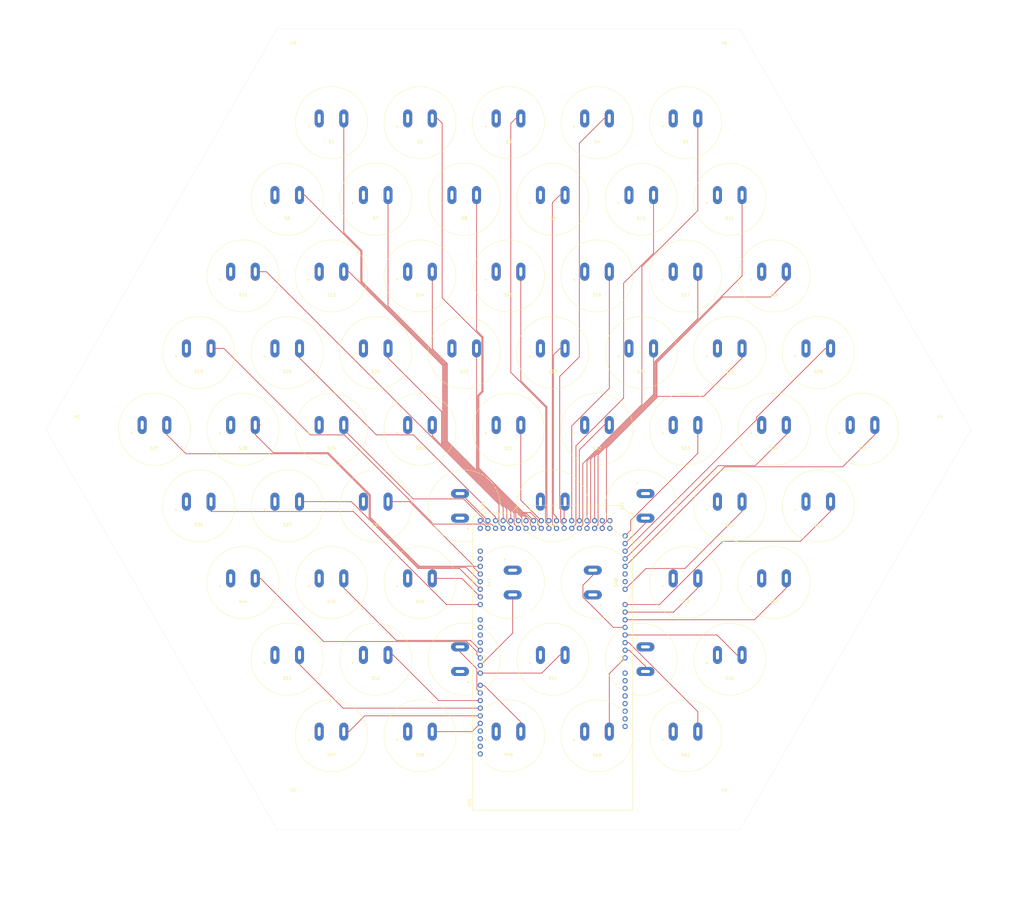
<source format=kicad_pcb>
(kicad_pcb (version 20171130) (host pcbnew "(5.1.5-0-10_14)")

  (general
    (thickness 1.6)
    (drawings 6)
    (tracks 320)
    (zones 0)
    (modules 68)
    (nets 81)
  )

  (page E)
  (layers
    (0 F.Cu signal)
    (31 B.Cu signal)
    (32 B.Adhes user)
    (33 F.Adhes user)
    (34 B.Paste user)
    (35 F.Paste user)
    (36 B.SilkS user)
    (37 F.SilkS user)
    (38 B.Mask user)
    (39 F.Mask user)
    (40 Dwgs.User user)
    (41 Cmts.User user)
    (42 Eco1.User user)
    (43 Eco2.User user)
    (44 Edge.Cuts user)
    (45 Margin user)
    (46 B.CrtYd user)
    (47 F.CrtYd user)
    (48 B.Fab user)
    (49 F.Fab user)
  )

  (setup
    (last_trace_width 0.20066)
    (trace_clearance 0.1778)
    (zone_clearance 0.508)
    (zone_45_only no)
    (trace_min 0.2)
    (via_size 0.8)
    (via_drill 0.4)
    (via_min_size 0.4)
    (via_min_drill 0.3)
    (uvia_size 0.3)
    (uvia_drill 0.1)
    (uvias_allowed no)
    (uvia_min_size 0.2)
    (uvia_min_drill 0.1)
    (edge_width 0.05)
    (segment_width 0.2)
    (pcb_text_width 0.3)
    (pcb_text_size 1.5 1.5)
    (mod_edge_width 0.12)
    (mod_text_size 1 1)
    (mod_text_width 0.15)
    (pad_size 5.5 5.5)
    (pad_drill 2.8)
    (pad_to_mask_clearance 0.051)
    (solder_mask_min_width 0.25)
    (aux_axis_origin 0 0)
    (visible_elements FFFFFF7F)
    (pcbplotparams
      (layerselection 0x010fc_ffffffff)
      (usegerberextensions false)
      (usegerberattributes false)
      (usegerberadvancedattributes false)
      (creategerberjobfile false)
      (excludeedgelayer true)
      (linewidth 0.100000)
      (plotframeref false)
      (viasonmask false)
      (mode 1)
      (useauxorigin false)
      (hpglpennumber 1)
      (hpglpenspeed 20)
      (hpglpendiameter 15.000000)
      (psnegative false)
      (psa4output false)
      (plotreference true)
      (plotvalue true)
      (plotinvisibletext false)
      (padsonsilk false)
      (subtractmaskfromsilk false)
      (outputformat 1)
      (mirror false)
      (drillshape 0)
      (scaleselection 1)
      (outputdirectory "/Users/clean/Documents/rainboard/kicat_newofighter_test/rainboard_newfighter/gerber_test/"))
  )

  (net 0 "")
  (net 1 "Net-(XA1-PadVIN)")
  (net 2 "Net-(XA1-Pad5V1)")
  (net 3 "Net-(XA1-Pad3V3)")
  (net 4 "Net-(XA1-PadRST1)")
  (net 5 "Net-(XA1-PadIORF)")
  (net 6 "Net-(XA1-PadAREF)")
  (net 7 "Net-(XA1-Pad5V3)")
  (net 8 "Net-(XA1-Pad5V4)")
  (net 9 button-01)
  (net 10 Earth)
  (net 11 button-02)
  (net 12 button-03)
  (net 13 button-04)
  (net 14 button-05)
  (net 15 button-06)
  (net 16 button-07)
  (net 17 button-08)
  (net 18 button-09)
  (net 19 button-10)
  (net 20 button-13)
  (net 21 button-12)
  (net 22 button-11)
  (net 23 button-22)
  (net 24 button-23)
  (net 25 button-24)
  (net 26 button-25)
  (net 27 button-26)
  (net 28 button-27)
  (net 29 button-28)
  (net 30 button-29)
  (net 31 button-30)
  (net 32 button-31)
  (net 33 button-32)
  (net 34 button-33)
  (net 35 button-34)
  (net 36 button-35)
  (net 37 button-36)
  (net 38 button-37)
  (net 39 button-38)
  (net 40 button-39)
  (net 41 button-40)
  (net 42 button-41)
  (net 43 button-42)
  (net 44 button-43)
  (net 45 button-44)
  (net 46 button-45)
  (net 47 button-46)
  (net 48 button-47)
  (net 49 button-48)
  (net 50 button-49)
  (net 51 button-50)
  (net 52 button-51)
  (net 53 button-52)
  (net 54 button-53)
  (net 55 button-17)
  (net 56 button-18)
  (net 57 button-14)
  (net 58 button-15)
  (net 59 button-16)
  (net 60 button-19)
  (net 61 button-20)
  (net 62 button-21)
  (net 63 button-54)
  (net 64 button-55)
  (net 65 button-56)
  (net 66 button-57)
  (net 67 button-58)
  (net 68 button-59)
  (net 69 button-60)
  (net 70 button-61)
  (net 71 "Net-(XA1-PadD21)")
  (net 72 "Net-(XA1-PadD20)")
  (net 73 "Net-(XA1-PadD0)")
  (net 74 "Net-(XA1-PadD1)")
  (net 75 "Net-(XA1-PadD2)")
  (net 76 "Net-(XA1-PadD3)")
  (net 77 "Net-(XA1-PadSCL)")
  (net 78 "Net-(XA1-PadSDA)")
  (net 79 "Net-(XA1-PadD53)")
  (net 80 "Net-(XA1-PadA10)")

  (net_class Default "This is the default net class."
    (clearance 0.1778)
    (trace_width 0.20066)
    (via_dia 0.8)
    (via_drill 0.4)
    (uvia_dia 0.3)
    (uvia_drill 0.1)
    (add_net Earth)
    (add_net "Net-(XA1-Pad3V3)")
    (add_net "Net-(XA1-Pad5V1)")
    (add_net "Net-(XA1-Pad5V3)")
    (add_net "Net-(XA1-Pad5V4)")
    (add_net "Net-(XA1-PadA10)")
    (add_net "Net-(XA1-PadAREF)")
    (add_net "Net-(XA1-PadD0)")
    (add_net "Net-(XA1-PadD1)")
    (add_net "Net-(XA1-PadD2)")
    (add_net "Net-(XA1-PadD20)")
    (add_net "Net-(XA1-PadD21)")
    (add_net "Net-(XA1-PadD3)")
    (add_net "Net-(XA1-PadD53)")
    (add_net "Net-(XA1-PadIORF)")
    (add_net "Net-(XA1-PadRST1)")
    (add_net "Net-(XA1-PadSCL)")
    (add_net "Net-(XA1-PadSDA)")
    (add_net "Net-(XA1-PadVIN)")
    (add_net button-01)
    (add_net button-02)
    (add_net button-03)
    (add_net button-04)
    (add_net button-05)
    (add_net button-06)
    (add_net button-07)
    (add_net button-08)
    (add_net button-09)
    (add_net button-10)
    (add_net button-11)
    (add_net button-12)
    (add_net button-13)
    (add_net button-14)
    (add_net button-15)
    (add_net button-16)
    (add_net button-17)
    (add_net button-18)
    (add_net button-19)
    (add_net button-20)
    (add_net button-21)
    (add_net button-22)
    (add_net button-23)
    (add_net button-24)
    (add_net button-25)
    (add_net button-26)
    (add_net button-27)
    (add_net button-28)
    (add_net button-29)
    (add_net button-30)
    (add_net button-31)
    (add_net button-32)
    (add_net button-33)
    (add_net button-34)
    (add_net button-35)
    (add_net button-36)
    (add_net button-37)
    (add_net button-38)
    (add_net button-39)
    (add_net button-40)
    (add_net button-41)
    (add_net button-42)
    (add_net button-43)
    (add_net button-44)
    (add_net button-45)
    (add_net button-46)
    (add_net button-47)
    (add_net button-48)
    (add_net button-49)
    (add_net button-50)
    (add_net button-51)
    (add_net button-52)
    (add_net button-53)
    (add_net button-54)
    (add_net button-55)
    (add_net button-56)
    (add_net button-57)
    (add_net button-58)
    (add_net button-59)
    (add_net button-60)
    (add_net button-61)
  )

  (module MountingHole:MountingHole_3.2mm_M3 (layer F.Cu) (tedit 56D1B4CB) (tstamp 5E508F9E)
    (at 71.880108 -124.5)
    (descr "Mounting Hole 3.2mm, no annular, M3")
    (tags "mounting hole 3.2mm no annular m3")
    (attr virtual)
    (fp_text reference H6 (at 0 -4.2) (layer F.SilkS)
      (effects (font (size 1 1) (thickness 0.15)))
    )
    (fp_text value MountingHole_3.2mm_M3 (at 0 4.2) (layer F.Fab)
      (effects (font (size 1 1) (thickness 0.15)))
    )
    (fp_circle (center 0 0) (end 3.45 0) (layer F.CrtYd) (width 0.05))
    (fp_circle (center 0 0) (end 3.2 0) (layer Cmts.User) (width 0.15))
    (fp_text user %R (at 0.3 0) (layer F.Fab)
      (effects (font (size 1 1) (thickness 0.15)))
    )
    (pad 1 np_thru_hole circle (at 0 0) (size 3.2 3.2) (drill 3.2) (layers *.Cu *.Mask))
  )

  (module MountingHole:MountingHole_3.2mm_M3 (layer F.Cu) (tedit 56D1B4CB) (tstamp 5E508F97)
    (at 71.880108 124.5)
    (descr "Mounting Hole 3.2mm, no annular, M3")
    (tags "mounting hole 3.2mm no annular m3")
    (attr virtual)
    (fp_text reference H5 (at 0 -4.2) (layer F.SilkS)
      (effects (font (size 1 1) (thickness 0.15)))
    )
    (fp_text value MountingHole_3.2mm_M3 (at 0 4.2) (layer F.Fab)
      (effects (font (size 1 1) (thickness 0.15)))
    )
    (fp_text user %R (at 0.3 0) (layer F.Fab)
      (effects (font (size 1 1) (thickness 0.15)))
    )
    (fp_circle (center 0 0) (end 3.2 0) (layer Cmts.User) (width 0.15))
    (fp_circle (center 0 0) (end 3.45 0) (layer F.CrtYd) (width 0.05))
    (pad 1 np_thru_hole circle (at 0 0) (size 3.2 3.2) (drill 3.2) (layers *.Cu *.Mask))
  )

  (module MountingHole:MountingHole_3.2mm_M3 (layer F.Cu) (tedit 56D1B4CB) (tstamp 5E508F9E)
    (at 143.760217 0)
    (descr "Mounting Hole 3.2mm, no annular, M3")
    (tags "mounting hole 3.2mm no annular m3")
    (attr virtual)
    (fp_text reference H4 (at 0 -4.2) (layer F.SilkS)
      (effects (font (size 1 1) (thickness 0.15)))
    )
    (fp_text value MountingHole_3.2mm_M3 (at 0 4.2) (layer F.Fab)
      (effects (font (size 1 1) (thickness 0.15)))
    )
    (fp_circle (center 0 0) (end 3.45 0) (layer F.CrtYd) (width 0.05))
    (fp_circle (center 0 0) (end 3.2 0) (layer Cmts.User) (width 0.15))
    (fp_text user %R (at 0.3 0) (layer F.Fab)
      (effects (font (size 1 1) (thickness 0.15)))
    )
    (pad 1 np_thru_hole circle (at 0 0) (size 3.2 3.2) (drill 3.2) (layers *.Cu *.Mask))
  )

  (module MountingHole:MountingHole_3.2mm_M3 (layer F.Cu) (tedit 56D1B4CB) (tstamp 5E508F97)
    (at -71.880108 -124.5)
    (descr "Mounting Hole 3.2mm, no annular, M3")
    (tags "mounting hole 3.2mm no annular m3")
    (attr virtual)
    (fp_text reference H3 (at 0 -4.2) (layer F.SilkS)
      (effects (font (size 1 1) (thickness 0.15)))
    )
    (fp_text value MountingHole_3.2mm_M3 (at 0 4.2) (layer F.Fab)
      (effects (font (size 1 1) (thickness 0.15)))
    )
    (fp_text user %R (at 0.3 0) (layer F.Fab)
      (effects (font (size 1 1) (thickness 0.15)))
    )
    (fp_circle (center 0 0) (end 3.2 0) (layer Cmts.User) (width 0.15))
    (fp_circle (center 0 0) (end 3.45 0) (layer F.CrtYd) (width 0.05))
    (pad 1 np_thru_hole circle (at 0 0) (size 3.2 3.2) (drill 3.2) (layers *.Cu *.Mask))
  )

  (module MountingHole:MountingHole_3.2mm_M3 (layer F.Cu) (tedit 56D1B4CB) (tstamp 5E508F87)
    (at -71.880108 124.5)
    (descr "Mounting Hole 3.2mm, no annular, M3")
    (tags "mounting hole 3.2mm no annular m3")
    (attr virtual)
    (fp_text reference H2 (at 0 -4.2) (layer F.SilkS)
      (effects (font (size 1 1) (thickness 0.15)))
    )
    (fp_text value MountingHole_3.2mm_M3 (at 0 4.2) (layer F.Fab)
      (effects (font (size 1 1) (thickness 0.15)))
    )
    (fp_text user %R (at 0.3 0) (layer F.Fab)
      (effects (font (size 1 1) (thickness 0.15)))
    )
    (fp_circle (center 0 0) (end 3.2 0) (layer Cmts.User) (width 0.15))
    (fp_circle (center 0 0) (end 3.45 0) (layer F.CrtYd) (width 0.05))
    (pad 1 np_thru_hole circle (at 0 0) (size 3.2 3.2) (drill 3.2) (layers *.Cu *.Mask))
  )

  (module MountingHole:MountingHole_3.2mm_M3 (layer F.Cu) (tedit 56D1B4CB) (tstamp 5E508F75)
    (at -143.760217 0)
    (descr "Mounting Hole 3.2mm, no annular, M3")
    (tags "mounting hole 3.2mm no annular m3")
    (attr virtual)
    (fp_text reference H1 (at 0 -4.2) (layer F.SilkS)
      (effects (font (size 1 1) (thickness 0.15)))
    )
    (fp_text value MountingHole_3.2mm_M3 (at 0 4.2) (layer F.Fab)
      (effects (font (size 1 1) (thickness 0.15)))
    )
    (fp_circle (center 0 0) (end 3.45 0) (layer F.CrtYd) (width 0.05))
    (fp_circle (center 0 0) (end 3.2 0) (layer Cmts.User) (width 0.15))
    (fp_text user %R (at 0.3 0) (layer F.Fab)
      (effects (font (size 1 1) (thickness 0.15)))
    )
    (pad 1 np_thru_hole circle (at 0 0) (size 3.2 3.2) (drill 3.2) (layers *.Cu *.Mask))
  )

  (module rainboard_newfighter:Sanwa-OBSF24-v2 (layer F.Cu) (tedit 5E4BF52C) (tstamp 5E4F550E)
    (at -14.748412 76.635 90)
    (path /5EA6CCF2)
    (fp_text reference S53 (at 0 6.35 90) (layer F.SilkS)
      (effects (font (size 1 1) (thickness 0.15)))
    )
    (fp_text value SANWA-OBSF24 (at 0 -7.62 90) (layer F.Fab)
      (effects (font (size 1 1) (thickness 0.15)))
    )
    (fp_circle (center -7.62 1.27) (end -7.42 1.27) (layer F.SilkS) (width 0.2))
    (fp_circle (center 0 0) (end 12 0) (layer F.SilkS) (width 0.12))
    (fp_circle (center 0 0) (end 12 0) (layer F.Fab) (width 0.12))
    (pad 1 thru_hole oval (at -4.1 -1.4 90) (size 3 6) (drill oval 1 3) (layers *.Cu *.Mask)
      (net 10 Earth))
    (pad 2 thru_hole oval (at 4.1 -1.4 90) (size 3 6) (drill oval 1 3) (layers *.Cu *.Mask)
      (net 54 button-53))
  )

  (module arduno_mega:Arduino_Mega2560_Shield (layer F.Cu) (tedit 5E4BF61E) (tstamp 5E50998C)
    (at 41.402 127 90)
    (descr https://store.arduino.cc/arduino-mega-2560-rev3)
    (path /5E46AC95)
    (fp_text reference XA1 (at 2.54 -54.356 90) (layer F.SilkS)
      (effects (font (size 1 1) (thickness 0.15)))
    )
    (fp_text value Arduino_Mega2560_Shield (at 15.494 -54.356 90) (layer F.Fab)
      (effects (font (size 1 1) (thickness 0.15)))
    )
    (fp_line (start 9.525 -32.385) (end -6.35 -32.385) (layer B.CrtYd) (width 0.15))
    (fp_line (start 9.525 -43.815) (end -6.35 -43.815) (layer B.CrtYd) (width 0.15))
    (fp_line (start 9.525 -43.815) (end 9.525 -32.385) (layer B.CrtYd) (width 0.15))
    (fp_line (start -6.35 -43.815) (end -6.35 -32.385) (layer B.CrtYd) (width 0.15))
    (fp_text user . (at 62.484 -32.004 90) (layer F.SilkS)
      (effects (font (size 1 1) (thickness 0.15)))
    )
    (fp_line (start 11.43 -12.065) (end 11.43 -3.175) (layer B.CrtYd) (width 0.15))
    (fp_line (start -1.905 -3.175) (end 11.43 -3.175) (layer B.CrtYd) (width 0.15))
    (fp_line (start -1.905 -12.065) (end -1.905 -3.175) (layer B.CrtYd) (width 0.15))
    (fp_line (start -1.905 -12.065) (end 11.43 -12.065) (layer B.CrtYd) (width 0.15))
    (fp_line (start 0 -53.34) (end 0 0) (layer F.SilkS) (width 0.15))
    (fp_line (start 99.06 -40.64) (end 99.06 -51.816) (layer F.SilkS) (width 0.15))
    (fp_line (start 101.6 -38.1) (end 99.06 -40.64) (layer F.SilkS) (width 0.15))
    (fp_line (start 101.6 -3.81) (end 101.6 -38.1) (layer F.SilkS) (width 0.15))
    (fp_line (start 99.06 -1.27) (end 101.6 -3.81) (layer F.SilkS) (width 0.15))
    (fp_line (start 99.06 0) (end 99.06 -1.27) (layer F.SilkS) (width 0.15))
    (fp_line (start 97.536 -53.34) (end 99.06 -51.816) (layer F.SilkS) (width 0.15))
    (fp_line (start 0 0) (end 99.06 0) (layer F.SilkS) (width 0.15))
    (fp_line (start 0 -53.34) (end 97.536 -53.34) (layer F.SilkS) (width 0.15))
    (pad A0 thru_hole oval (at 50.8 -2.54 90) (size 1.7272 1.7272) (drill 1.016) (layers *.Cu *.Mask)
      (net 69 button-60))
    (pad VIN thru_hole oval (at 45.72 -2.54 90) (size 1.7272 1.7272) (drill 1.016) (layers *.Cu *.Mask)
      (net 1 "Net-(XA1-PadVIN)"))
    (pad GND3 thru_hole oval (at 43.18 -2.54 90) (size 1.7272 1.7272) (drill 1.016) (layers *.Cu *.Mask)
      (net 10 Earth))
    (pad GND2 thru_hole oval (at 40.64 -2.54 90) (size 1.7272 1.7272) (drill 1.016) (layers *.Cu *.Mask)
      (net 10 Earth))
    (pad 5V1 thru_hole oval (at 38.1 -2.54 90) (size 1.7272 1.7272) (drill 1.016) (layers *.Cu *.Mask)
      (net 2 "Net-(XA1-Pad5V1)"))
    (pad 3V3 thru_hole oval (at 35.56 -2.54 90) (size 1.7272 1.7272) (drill 1.016) (layers *.Cu *.Mask)
      (net 3 "Net-(XA1-Pad3V3)"))
    (pad RST1 thru_hole oval (at 33.02 -2.54 90) (size 1.7272 1.7272) (drill 1.016) (layers *.Cu *.Mask)
      (net 4 "Net-(XA1-PadRST1)"))
    (pad IORF thru_hole oval (at 30.48 -2.54 90) (size 1.7272 1.7272) (drill 1.016) (layers *.Cu *.Mask)
      (net 5 "Net-(XA1-PadIORF)"))
    (pad D21 thru_hole oval (at 86.36 -50.8 90) (size 1.7272 1.7272) (drill 1.016) (layers *.Cu *.Mask)
      (net 71 "Net-(XA1-PadD21)"))
    (pad D20 thru_hole oval (at 83.82 -50.8 90) (size 1.7272 1.7272) (drill 1.016) (layers *.Cu *.Mask)
      (net 72 "Net-(XA1-PadD20)"))
    (pad D19 thru_hole oval (at 81.28 -50.8 90) (size 1.7272 1.7272) (drill 1.016) (layers *.Cu *.Mask)
      (net 39 button-38))
    (pad D18 thru_hole oval (at 78.74 -50.8 90) (size 1.7272 1.7272) (drill 1.016) (layers *.Cu *.Mask)
      (net 29 button-28))
    (pad D17 thru_hole oval (at 76.2 -50.8 90) (size 1.7272 1.7272) (drill 1.016) (layers *.Cu *.Mask)
      (net 28 button-27))
    (pad D16 thru_hole oval (at 73.66 -50.8 90) (size 1.7272 1.7272) (drill 1.016) (layers *.Cu *.Mask)
      (net 38 button-37))
    (pad D15 thru_hole oval (at 71.12 -50.8 90) (size 1.7272 1.7272) (drill 1.016) (layers *.Cu *.Mask)
      (net 47 button-46))
    (pad D14 thru_hole oval (at 68.58 -50.8 90) (size 1.7272 1.7272) (drill 1.016) (layers *.Cu *.Mask)
      (net 37 button-36))
    (pad D0 thru_hole oval (at 63.5 -50.8 90) (size 1.7272 1.7272) (drill 1.016) (layers *.Cu *.Mask)
      (net 73 "Net-(XA1-PadD0)"))
    (pad D1 thru_hole oval (at 60.96 -50.8 90) (size 1.7272 1.7272) (drill 1.016) (layers *.Cu *.Mask)
      (net 74 "Net-(XA1-PadD1)"))
    (pad D2 thru_hole oval (at 58.42 -50.8 90) (size 1.7272 1.7272) (drill 1.016) (layers *.Cu *.Mask)
      (net 75 "Net-(XA1-PadD2)"))
    (pad D3 thru_hole oval (at 55.88 -50.8 90) (size 1.7272 1.7272) (drill 1.016) (layers *.Cu *.Mask)
      (net 76 "Net-(XA1-PadD3)"))
    (pad D4 thru_hole oval (at 53.34 -50.8 90) (size 1.7272 1.7272) (drill 1.016) (layers *.Cu *.Mask)
      (net 46 button-45))
    (pad D5 thru_hole oval (at 50.8 -50.8 90) (size 1.7272 1.7272) (drill 1.016) (layers *.Cu *.Mask)
      (net 45 button-44))
    (pad D6 thru_hole oval (at 48.26 -50.8 90) (size 1.7272 1.7272) (drill 1.016) (layers *.Cu *.Mask)
      (net 48 button-47))
    (pad D7 thru_hole oval (at 45.72 -50.8 90) (size 1.7272 1.7272) (drill 1.016) (layers *.Cu *.Mask)
      (net 63 button-54))
    (pad GND1 thru_hole oval (at 26.416 -50.8 90) (size 1.7272 1.7272) (drill 1.016) (layers *.Cu *.Mask)
      (net 10 Earth))
    (pad D8 thru_hole oval (at 41.656 -50.8 90) (size 1.7272 1.7272) (drill 1.016) (layers *.Cu *.Mask)
      (net 68 button-59))
    (pad D9 thru_hole oval (at 39.116 -50.8 90) (size 1.7272 1.7272) (drill 1.016) (layers *.Cu *.Mask)
      (net 54 button-53))
    (pad D10 thru_hole oval (at 36.576 -50.8 90) (size 1.7272 1.7272) (drill 1.016) (layers *.Cu *.Mask)
      (net 53 button-52))
    (pad "" np_thru_hole circle (at 66.04 -7.62 90) (size 3.2 3.2) (drill 3.2) (layers *.Cu *.Mask))
    (pad "" np_thru_hole circle (at 66.04 -35.56 90) (size 3.2 3.2) (drill 3.2) (layers *.Cu *.Mask))
    (pad "" np_thru_hole circle (at 90.17 -50.8 90) (size 3.2 3.2) (drill 3.2) (layers *.Cu *.Mask))
    (pad "" np_thru_hole circle (at 15.24 -50.8 90) (size 3.2 3.2) (drill 3.2) (layers *.Cu *.Mask))
    (pad "" np_thru_hole circle (at 96.52 -2.54 90) (size 3.2 3.2) (drill 3.2) (layers *.Cu *.Mask))
    (pad "" np_thru_hole circle (at 13.97 -2.54 90) (size 3.2 3.2) (drill 3.2) (layers *.Cu *.Mask))
    (pad SCL thru_hole oval (at 18.796 -50.8 90) (size 1.7272 1.7272) (drill 1.016) (layers *.Cu *.Mask)
      (net 77 "Net-(XA1-PadSCL)"))
    (pad SDA thru_hole oval (at 21.336 -50.8 90) (size 1.7272 1.7272) (drill 1.016) (layers *.Cu *.Mask)
      (net 78 "Net-(XA1-PadSDA)"))
    (pad AREF thru_hole oval (at 23.876 -50.8 90) (size 1.7272 1.7272) (drill 1.016) (layers *.Cu *.Mask)
      (net 6 "Net-(XA1-PadAREF)"))
    (pad D13 thru_hole oval (at 28.956 -50.8 90) (size 1.7272 1.7272) (drill 1.016) (layers *.Cu *.Mask)
      (net 67 button-58))
    (pad D12 thru_hole oval (at 31.496 -50.8 90) (size 1.7272 1.7272) (drill 1.016) (layers *.Cu *.Mask)
      (net 66 button-57))
    (pad D11 thru_hole oval (at 34.036 -50.8 90) (size 1.7272 1.7272) (drill 1.016) (layers *.Cu *.Mask)
      (net 52 button-51))
    (pad "" thru_hole oval (at 27.94 -2.54 90) (size 1.7272 1.7272) (drill 1.016) (layers *.Cu *.Mask))
    (pad A1 thru_hole oval (at 53.34 -2.54 90) (size 1.7272 1.7272) (drill 1.016) (layers *.Cu *.Mask)
      (net 64 button-55))
    (pad A2 thru_hole oval (at 55.88 -2.54 90) (size 1.7272 1.7272) (drill 1.016) (layers *.Cu *.Mask)
      (net 70 button-61))
    (pad A3 thru_hole oval (at 58.42 -2.54 90) (size 1.7272 1.7272) (drill 1.016) (layers *.Cu *.Mask)
      (net 65 button-56))
    (pad A4 thru_hole oval (at 60.96 -2.54 90) (size 1.7272 1.7272) (drill 1.016) (layers *.Cu *.Mask)
      (net 49 button-48))
    (pad A5 thru_hole oval (at 63.5 -2.54 90) (size 1.7272 1.7272) (drill 1.016) (layers *.Cu *.Mask)
      (net 51 button-50))
    (pad A6 thru_hole oval (at 66.04 -2.54 90) (size 1.7272 1.7272) (drill 1.016) (layers *.Cu *.Mask)
      (net 50 button-49))
    (pad A7 thru_hole oval (at 68.58 -2.54 90) (size 1.7272 1.7272) (drill 1.016) (layers *.Cu *.Mask)
      (net 44 button-43))
    (pad A8 thru_hole oval (at 73.66 -2.54 90) (size 1.7272 1.7272) (drill 1.016) (layers *.Cu *.Mask)
      (net 43 button-42))
    (pad A9 thru_hole oval (at 76.2 -2.54 90) (size 1.7272 1.7272) (drill 1.016) (layers *.Cu *.Mask)
      (net 27 button-26))
    (pad A10 thru_hole oval (at 78.74 -2.54 90) (size 1.7272 1.7272) (drill 1.016) (layers *.Cu *.Mask)
      (net 80 "Net-(XA1-PadA10)"))
    (pad A11 thru_hole oval (at 81.28 -2.54 90) (size 1.7272 1.7272) (drill 1.016) (layers *.Cu *.Mask)
      (net 36 button-35))
    (pad A12 thru_hole oval (at 83.82 -2.54 90) (size 1.7272 1.7272) (drill 1.016) (layers *.Cu *.Mask)
      (net 35 button-34))
    (pad A13 thru_hole oval (at 86.36 -2.54 90) (size 1.7272 1.7272) (drill 1.016) (layers *.Cu *.Mask)
      (net 27 button-26))
    (pad A14 thru_hole oval (at 88.9 -2.54 90) (size 1.7272 1.7272) (drill 1.016) (layers *.Cu *.Mask)
      (net 42 button-41))
    (pad A15 thru_hole oval (at 91.44 -2.54 90) (size 1.7272 1.7272) (drill 1.016) (layers *.Cu *.Mask)
      (net 34 button-33))
    (pad 5V3 thru_hole oval (at 93.98 -50.8 90) (size 1.7272 1.7272) (drill 1.016) (layers *.Cu *.Mask)
      (net 7 "Net-(XA1-Pad5V3)"))
    (pad 5V4 thru_hole oval (at 96.52 -50.8 90) (size 1.7272 1.7272) (drill 1.016) (layers *.Cu *.Mask)
      (net 8 "Net-(XA1-Pad5V4)"))
    (pad D22 thru_hole oval (at 93.98 -48.26 90) (size 1.7272 1.7272) (drill 1.016) (layers *.Cu *.Mask)
      (net 60 button-19))
    (pad D23 thru_hole oval (at 96.52 -48.26 90) (size 1.7272 1.7272) (drill 1.016) (layers *.Cu *.Mask)
      (net 40 button-39))
    (pad D24 thru_hole oval (at 93.98 -45.72 90) (size 1.7272 1.7272) (drill 1.016) (layers *.Cu *.Mask)
      (net 30 button-29))
    (pad D25 thru_hole oval (at 96.52 -45.72 90) (size 1.7272 1.7272) (drill 1.016) (layers *.Cu *.Mask)
      (net 61 button-20))
    (pad D26 thru_hole oval (at 93.98 -43.18 90) (size 1.7272 1.7272) (drill 1.016) (layers *.Cu *.Mask)
      (net 21 button-12))
    (pad D27 thru_hole oval (at 96.52 -43.18 90) (size 1.7272 1.7272) (drill 1.016) (layers *.Cu *.Mask)
      (net 31 button-30))
    (pad D28 thru_hole oval (at 93.98 -40.64 90) (size 1.7272 1.7272) (drill 1.016) (layers *.Cu *.Mask)
      (net 62 button-21))
    (pad D29 thru_hole oval (at 96.52 -40.64 90) (size 1.7272 1.7272) (drill 1.016) (layers *.Cu *.Mask)
      (net 20 button-13))
    (pad D30 thru_hole oval (at 93.98 -38.1 90) (size 1.7272 1.7272) (drill 1.016) (layers *.Cu *.Mask)
      (net 15 button-06))
    (pad D31 thru_hole oval (at 96.52 -38.1 90) (size 1.7272 1.7272) (drill 1.016) (layers *.Cu *.Mask)
      (net 9 button-01))
    (pad D32 thru_hole oval (at 93.98 -35.56 90) (size 1.7272 1.7272) (drill 1.016) (layers *.Cu *.Mask)
      (net 16 button-07))
    (pad D33 thru_hole oval (at 96.52 -35.56 90) (size 1.7272 1.7272) (drill 1.016) (layers *.Cu *.Mask)
      (net 57 button-14))
    (pad D34 thru_hole oval (at 93.98 -33.02 90) (size 1.7272 1.7272) (drill 1.016) (layers *.Cu *.Mask)
      (net 23 button-22))
    (pad D35 thru_hole oval (at 96.52 -33.02 90) (size 1.7272 1.7272) (drill 1.016) (layers *.Cu *.Mask)
      (net 11 button-02))
    (pad D36 thru_hole oval (at 93.98 -30.48 90) (size 1.7272 1.7272) (drill 1.016) (layers *.Cu *.Mask)
      (net 17 button-08))
    (pad D37 thru_hole oval (at 96.52 -30.48 90) (size 1.7272 1.7272) (drill 1.016) (layers *.Cu *.Mask)
      (net 32 button-31))
    (pad D38 thru_hole oval (at 93.98 -27.94 90) (size 1.7272 1.7272) (drill 1.016) (layers *.Cu *.Mask)
      (net 12 button-03))
    (pad D39 thru_hole oval (at 96.52 -27.94 90) (size 1.7272 1.7272) (drill 1.016) (layers *.Cu *.Mask)
      (net 58 button-15))
    (pad D40 thru_hole oval (at 93.98 -25.4 90) (size 1.7272 1.7272) (drill 1.016) (layers *.Cu *.Mask)
      (net 18 button-09))
    (pad D41 thru_hole oval (at 96.52 -25.4 90) (size 1.7272 1.7272) (drill 1.016) (layers *.Cu *.Mask)
      (net 24 button-23))
    (pad D42 thru_hole oval (at 93.98 -22.86 90) (size 1.7272 1.7272) (drill 1.016) (layers *.Cu *.Mask)
      (net 13 button-04))
    (pad D43 thru_hole oval (at 96.52 -22.86 90) (size 1.7272 1.7272) (drill 1.016) (layers *.Cu *.Mask)
      (net 41 button-40))
    (pad D44 thru_hole oval (at 93.98 -20.32 90) (size 1.7272 1.7272) (drill 1.016) (layers *.Cu *.Mask)
      (net 19 button-10))
    (pad D45 thru_hole oval (at 96.52 -20.32 90) (size 1.7272 1.7272) (drill 1.016) (layers *.Cu *.Mask)
      (net 59 button-16))
    (pad D46 thru_hole oval (at 93.98 -17.78 90) (size 1.7272 1.7272) (drill 1.016) (layers *.Cu *.Mask)
      (net 14 button-05))
    (pad D47 thru_hole oval (at 96.52 -17.78 90) (size 1.7272 1.7272) (drill 1.016) (layers *.Cu *.Mask)
      (net 33 button-32))
    (pad D48 thru_hole oval (at 93.98 -15.24 90) (size 1.7272 1.7272) (drill 1.016) (layers *.Cu *.Mask)
      (net 55 button-17))
    (pad D49 thru_hole oval (at 96.52 -15.24 90) (size 1.7272 1.7272) (drill 1.016) (layers *.Cu *.Mask)
      (net 25 button-24))
    (pad D50 thru_hole oval (at 93.98 -12.7 90) (size 1.7272 1.7272) (drill 1.016) (layers *.Cu *.Mask)
      (net 56 button-18))
    (pad D51 thru_hole oval (at 96.52 -12.7 90) (size 1.7272 1.7272) (drill 1.016) (layers *.Cu *.Mask)
      (net 22 button-11))
    (pad D52 thru_hole oval (at 93.98 -10.16 90) (size 1.7272 1.7272) (drill 1.016) (layers *.Cu *.Mask)
      (net 26 button-25))
    (pad D53 thru_hole oval (at 96.52 -10.16 90) (size 1.7272 1.7272) (drill 1.016) (layers *.Cu *.Mask)
      (net 79 "Net-(XA1-PadD53)"))
    (pad GND5 thru_hole oval (at 93.98 -7.62 90) (size 1.7272 1.7272) (drill 1.016) (layers *.Cu *.Mask)
      (net 10 Earth))
    (pad GND6 thru_hole oval (at 96.52 -7.62 90) (size 1.7272 1.7272) (drill 1.016) (layers *.Cu *.Mask)
      (net 10 Earth))
  )

  (module rainboard_newfighter:Sanwa-OBSF24-v2 (layer F.Cu) (tedit 5E4BF52C) (tstamp 5E4F536E)
    (at -58.99365 -102.18)
    (path /5E9A2DF8)
    (fp_text reference S1 (at 0 6.35) (layer F.SilkS)
      (effects (font (size 1 1) (thickness 0.15)))
    )
    (fp_text value SANWA-OBSF24 (at 0 -7.62) (layer F.Fab)
      (effects (font (size 1 1) (thickness 0.15)))
    )
    (fp_circle (center -7.62 1.27) (end -7.42 1.27) (layer F.SilkS) (width 0.2))
    (fp_circle (center 0 0) (end 12 0) (layer F.SilkS) (width 0.12))
    (fp_circle (center 0 0) (end 12 0) (layer F.Fab) (width 0.12))
    (pad 1 thru_hole oval (at -4.1 -1.4) (size 3 6) (drill oval 1 3) (layers *.Cu *.Mask)
      (net 10 Earth))
    (pad 2 thru_hole oval (at 4.1 -1.4) (size 3 6) (drill oval 1 3) (layers *.Cu *.Mask)
      (net 9 button-01))
  )

  (module rainboard_newfighter:Sanwa-OBSF24-v2 (layer F.Cu) (tedit 5E4BF52C) (tstamp 5E4F5376)
    (at -29.496825 -102.18)
    (path /5EA057B2)
    (fp_text reference S2 (at 0 6.35) (layer F.SilkS)
      (effects (font (size 1 1) (thickness 0.15)))
    )
    (fp_text value SANWA-OBSF24 (at 0 -7.62) (layer F.Fab)
      (effects (font (size 1 1) (thickness 0.15)))
    )
    (fp_circle (center -7.62 1.27) (end -7.42 1.27) (layer F.SilkS) (width 0.2))
    (fp_circle (center 0 0) (end 12 0) (layer F.SilkS) (width 0.12))
    (fp_circle (center 0 0) (end 12 0) (layer F.Fab) (width 0.12))
    (pad 1 thru_hole oval (at -4.1 -1.4) (size 3 6) (drill oval 1 3) (layers *.Cu *.Mask)
      (net 10 Earth))
    (pad 2 thru_hole oval (at 4.1 -1.4) (size 3 6) (drill oval 1 3) (layers *.Cu *.Mask)
      (net 11 button-02))
  )

  (module rainboard_newfighter:Sanwa-OBSF24-v2 (layer F.Cu) (tedit 5E4BF52C) (tstamp 5E4F537E)
    (at 0 -102.18)
    (path /5EA1868E)
    (fp_text reference S3 (at 0 6.35) (layer F.SilkS)
      (effects (font (size 1 1) (thickness 0.15)))
    )
    (fp_text value SANWA-OBSF24 (at 0 -7.62) (layer F.Fab)
      (effects (font (size 1 1) (thickness 0.15)))
    )
    (fp_circle (center -7.62 1.27) (end -7.42 1.27) (layer F.SilkS) (width 0.2))
    (fp_circle (center 0 0) (end 12 0) (layer F.SilkS) (width 0.12))
    (fp_circle (center 0 0) (end 12 0) (layer F.Fab) (width 0.12))
    (pad 1 thru_hole oval (at -4.1 -1.4) (size 3 6) (drill oval 1 3) (layers *.Cu *.Mask)
      (net 10 Earth))
    (pad 2 thru_hole oval (at 4.1 -1.4) (size 3 6) (drill oval 1 3) (layers *.Cu *.Mask)
      (net 12 button-03))
  )

  (module rainboard_newfighter:Sanwa-OBSF24-v2 (layer F.Cu) (tedit 5E4BF52C) (tstamp 5E4F5386)
    (at 29.496825 -102.18)
    (path /5EA18706)
    (fp_text reference S4 (at 0 6.35) (layer F.SilkS)
      (effects (font (size 1 1) (thickness 0.15)))
    )
    (fp_text value SANWA-OBSF24 (at 0 -7.62) (layer F.Fab)
      (effects (font (size 1 1) (thickness 0.15)))
    )
    (fp_circle (center -7.62 1.27) (end -7.42 1.27) (layer F.SilkS) (width 0.2))
    (fp_circle (center 0 0) (end 12 0) (layer F.SilkS) (width 0.12))
    (fp_circle (center 0 0) (end 12 0) (layer F.Fab) (width 0.12))
    (pad 1 thru_hole oval (at -4.1 -1.4) (size 3 6) (drill oval 1 3) (layers *.Cu *.Mask)
      (net 10 Earth))
    (pad 2 thru_hole oval (at 4.1 -1.4) (size 3 6) (drill oval 1 3) (layers *.Cu *.Mask)
      (net 13 button-04))
  )

  (module rainboard_newfighter:Sanwa-OBSF24-v2 (layer F.Cu) (tedit 5E4BF52C) (tstamp 5E4F538E)
    (at 58.99365 -102.18)
    (path /5EA6CC98)
    (fp_text reference S5 (at 0 6.35) (layer F.SilkS)
      (effects (font (size 1 1) (thickness 0.15)))
    )
    (fp_text value SANWA-OBSF24 (at 0 -7.62) (layer F.Fab)
      (effects (font (size 1 1) (thickness 0.15)))
    )
    (fp_circle (center -7.62 1.27) (end -7.42 1.27) (layer F.SilkS) (width 0.2))
    (fp_circle (center 0 0) (end 12 0) (layer F.SilkS) (width 0.12))
    (fp_circle (center 0 0) (end 12 0) (layer F.Fab) (width 0.12))
    (pad 1 thru_hole oval (at -4.1 -1.4) (size 3 6) (drill oval 1 3) (layers *.Cu *.Mask)
      (net 10 Earth))
    (pad 2 thru_hole oval (at 4.1 -1.4) (size 3 6) (drill oval 1 3) (layers *.Cu *.Mask)
      (net 14 button-05))
  )

  (module rainboard_newfighter:Sanwa-OBSF24-v2 (layer F.Cu) (tedit 5E4BF52C) (tstamp 5E4F5396)
    (at -73.742063 -76.635)
    (path /5EA6CD10)
    (fp_text reference S6 (at 0 6.35) (layer F.SilkS)
      (effects (font (size 1 1) (thickness 0.15)))
    )
    (fp_text value SANWA-OBSF24 (at 0 -7.62) (layer F.Fab)
      (effects (font (size 1 1) (thickness 0.15)))
    )
    (fp_circle (center -7.62 1.27) (end -7.42 1.27) (layer F.SilkS) (width 0.2))
    (fp_circle (center 0 0) (end 12 0) (layer F.SilkS) (width 0.12))
    (fp_circle (center 0 0) (end 12 0) (layer F.Fab) (width 0.12))
    (pad 1 thru_hole oval (at -4.1 -1.4) (size 3 6) (drill oval 1 3) (layers *.Cu *.Mask)
      (net 10 Earth))
    (pad 2 thru_hole oval (at 4.1 -1.4) (size 3 6) (drill oval 1 3) (layers *.Cu *.Mask)
      (net 15 button-06))
  )

  (module rainboard_newfighter:Sanwa-OBSF24-v2 (layer F.Cu) (tedit 5E4BF52C) (tstamp 5E4F539E)
    (at -44.245237 -76.635)
    (path /5EA6CD88)
    (fp_text reference S7 (at 0 6.35) (layer F.SilkS)
      (effects (font (size 1 1) (thickness 0.15)))
    )
    (fp_text value SANWA-OBSF24 (at 0 -7.62) (layer F.Fab)
      (effects (font (size 1 1) (thickness 0.15)))
    )
    (fp_circle (center 0 0) (end 12 0) (layer F.Fab) (width 0.12))
    (fp_circle (center 0 0) (end 12 0) (layer F.SilkS) (width 0.12))
    (fp_circle (center -7.62 1.27) (end -7.42 1.27) (layer F.SilkS) (width 0.2))
    (pad 2 thru_hole oval (at 4.1 -1.4) (size 3 6) (drill oval 1 3) (layers *.Cu *.Mask)
      (net 16 button-07))
    (pad 1 thru_hole oval (at -4.1 -1.4) (size 3 6) (drill oval 1 3) (layers *.Cu *.Mask)
      (net 10 Earth))
  )

  (module rainboard_newfighter:Sanwa-OBSF24-v2 (layer F.Cu) (tedit 5E4BF52C) (tstamp 5E4F53A6)
    (at -14.748412 -76.635)
    (path /5EA6CE00)
    (fp_text reference S8 (at 0 6.35) (layer F.SilkS)
      (effects (font (size 1 1) (thickness 0.15)))
    )
    (fp_text value SANWA-OBSF24 (at 0 -7.62) (layer F.Fab)
      (effects (font (size 1 1) (thickness 0.15)))
    )
    (fp_circle (center -7.62 1.27) (end -7.42 1.27) (layer F.SilkS) (width 0.2))
    (fp_circle (center 0 0) (end 12 0) (layer F.SilkS) (width 0.12))
    (fp_circle (center 0 0) (end 12 0) (layer F.Fab) (width 0.12))
    (pad 1 thru_hole oval (at -4.1 -1.4) (size 3 6) (drill oval 1 3) (layers *.Cu *.Mask)
      (net 10 Earth))
    (pad 2 thru_hole oval (at 4.1 -1.4) (size 3 6) (drill oval 1 3) (layers *.Cu *.Mask)
      (net 17 button-08))
  )

  (module rainboard_newfighter:Sanwa-OBSF24-v2 (layer F.Cu) (tedit 5E4BF52C) (tstamp 5E4F53AE)
    (at 14.748412 -76.635)
    (path /5E9BF0D9)
    (fp_text reference S9 (at 0 6.35) (layer F.SilkS)
      (effects (font (size 1 1) (thickness 0.15)))
    )
    (fp_text value SANWA-OBSF24 (at 0 -7.62) (layer F.Fab)
      (effects (font (size 1 1) (thickness 0.15)))
    )
    (fp_circle (center 0 0) (end 12 0) (layer F.Fab) (width 0.12))
    (fp_circle (center 0 0) (end 12 0) (layer F.SilkS) (width 0.12))
    (fp_circle (center -7.62 1.27) (end -7.42 1.27) (layer F.SilkS) (width 0.2))
    (pad 2 thru_hole oval (at 4.1 -1.4) (size 3 6) (drill oval 1 3) (layers *.Cu *.Mask)
      (net 18 button-09))
    (pad 1 thru_hole oval (at -4.1 -1.4) (size 3 6) (drill oval 1 3) (layers *.Cu *.Mask)
      (net 10 Earth))
  )

  (module rainboard_newfighter:Sanwa-OBSF24-v2 (layer F.Cu) (tedit 5E4BF52C) (tstamp 5E4F53B6)
    (at 44.245237 -76.635)
    (path /5EA057C1)
    (fp_text reference S10 (at 0 6.35) (layer F.SilkS)
      (effects (font (size 1 1) (thickness 0.15)))
    )
    (fp_text value SANWA-OBSF24 (at 0 -7.62) (layer F.Fab)
      (effects (font (size 1 1) (thickness 0.15)))
    )
    (fp_circle (center 0 0) (end 12 0) (layer F.Fab) (width 0.12))
    (fp_circle (center 0 0) (end 12 0) (layer F.SilkS) (width 0.12))
    (fp_circle (center -7.62 1.27) (end -7.42 1.27) (layer F.SilkS) (width 0.2))
    (pad 2 thru_hole oval (at 4.1 -1.4) (size 3 6) (drill oval 1 3) (layers *.Cu *.Mask)
      (net 19 button-10))
    (pad 1 thru_hole oval (at -4.1 -1.4) (size 3 6) (drill oval 1 3) (layers *.Cu *.Mask)
      (net 10 Earth))
  )

  (module rainboard_newfighter:Sanwa-OBSF24-v2 (layer F.Cu) (tedit 5E4BF52C) (tstamp 5E4F53BE)
    (at 73.742063 -76.635)
    (path /5EA1869D)
    (fp_text reference S11 (at 0 6.35) (layer F.SilkS)
      (effects (font (size 1 1) (thickness 0.15)))
    )
    (fp_text value SANWA-OBSF24 (at 0 -7.62) (layer F.Fab)
      (effects (font (size 1 1) (thickness 0.15)))
    )
    (fp_circle (center 0 0) (end 12 0) (layer F.Fab) (width 0.12))
    (fp_circle (center 0 0) (end 12 0) (layer F.SilkS) (width 0.12))
    (fp_circle (center -7.62 1.27) (end -7.42 1.27) (layer F.SilkS) (width 0.2))
    (pad 2 thru_hole oval (at 4.1 -1.4) (size 3 6) (drill oval 1 3) (layers *.Cu *.Mask)
      (net 22 button-11))
    (pad 1 thru_hole oval (at -4.1 -1.4) (size 3 6) (drill oval 1 3) (layers *.Cu *.Mask)
      (net 10 Earth))
  )

  (module rainboard_newfighter:Sanwa-OBSF24-v2 (layer F.Cu) (tedit 5E4BF52C) (tstamp 5E4F53C6)
    (at -88.490475 -51.09)
    (path /5EA18715)
    (fp_text reference S12 (at 0 6.35) (layer F.SilkS)
      (effects (font (size 1 1) (thickness 0.15)))
    )
    (fp_text value SANWA-OBSF24 (at 0 -7.62) (layer F.Fab)
      (effects (font (size 1 1) (thickness 0.15)))
    )
    (fp_circle (center 0 0) (end 12 0) (layer F.Fab) (width 0.12))
    (fp_circle (center 0 0) (end 12 0) (layer F.SilkS) (width 0.12))
    (fp_circle (center -7.62 1.27) (end -7.42 1.27) (layer F.SilkS) (width 0.2))
    (pad 2 thru_hole oval (at 4.1 -1.4) (size 3 6) (drill oval 1 3) (layers *.Cu *.Mask)
      (net 21 button-12))
    (pad 1 thru_hole oval (at -4.1 -1.4) (size 3 6) (drill oval 1 3) (layers *.Cu *.Mask)
      (net 10 Earth))
  )

  (module rainboard_newfighter:Sanwa-OBSF24-v2 (layer F.Cu) (tedit 5E4BF52C) (tstamp 5E4F53CE)
    (at -58.99365 -51.09)
    (path /5EA6CCA7)
    (fp_text reference S13 (at 0 6.35) (layer F.SilkS)
      (effects (font (size 1 1) (thickness 0.15)))
    )
    (fp_text value SANWA-OBSF24 (at 0 -7.62) (layer F.Fab)
      (effects (font (size 1 1) (thickness 0.15)))
    )
    (fp_circle (center 0 0) (end 12 0) (layer F.Fab) (width 0.12))
    (fp_circle (center 0 0) (end 12 0) (layer F.SilkS) (width 0.12))
    (fp_circle (center -7.62 1.27) (end -7.42 1.27) (layer F.SilkS) (width 0.2))
    (pad 2 thru_hole oval (at 4.1 -1.4) (size 3 6) (drill oval 1 3) (layers *.Cu *.Mask)
      (net 20 button-13))
    (pad 1 thru_hole oval (at -4.1 -1.4) (size 3 6) (drill oval 1 3) (layers *.Cu *.Mask)
      (net 10 Earth))
  )

  (module rainboard_newfighter:Sanwa-OBSF24-v2 (layer F.Cu) (tedit 5E4BF52C) (tstamp 5E4F53D6)
    (at -29.496825 -51.09)
    (path /5EA6CD1F)
    (fp_text reference S14 (at 0 6.35) (layer F.SilkS)
      (effects (font (size 1 1) (thickness 0.15)))
    )
    (fp_text value SANWA-OBSF24 (at 0 -7.62) (layer F.Fab)
      (effects (font (size 1 1) (thickness 0.15)))
    )
    (fp_circle (center 0 0) (end 12 0) (layer F.Fab) (width 0.12))
    (fp_circle (center 0 0) (end 12 0) (layer F.SilkS) (width 0.12))
    (fp_circle (center -7.62 1.27) (end -7.42 1.27) (layer F.SilkS) (width 0.2))
    (pad 2 thru_hole oval (at 4.1 -1.4) (size 3 6) (drill oval 1 3) (layers *.Cu *.Mask)
      (net 57 button-14))
    (pad 1 thru_hole oval (at -4.1 -1.4) (size 3 6) (drill oval 1 3) (layers *.Cu *.Mask)
      (net 10 Earth))
  )

  (module rainboard_newfighter:Sanwa-OBSF24-v2 (layer F.Cu) (tedit 5E4BF52C) (tstamp 5E4F53DE)
    (at 0 -51.09)
    (path /5EA6CD97)
    (fp_text reference S15 (at 0 6.35) (layer F.SilkS)
      (effects (font (size 1 1) (thickness 0.15)))
    )
    (fp_text value SANWA-OBSF24 (at 0 -7.62) (layer F.Fab)
      (effects (font (size 1 1) (thickness 0.15)))
    )
    (fp_circle (center -7.62 1.27) (end -7.42 1.27) (layer F.SilkS) (width 0.2))
    (fp_circle (center 0 0) (end 12 0) (layer F.SilkS) (width 0.12))
    (fp_circle (center 0 0) (end 12 0) (layer F.Fab) (width 0.12))
    (pad 1 thru_hole oval (at -4.1 -1.4) (size 3 6) (drill oval 1 3) (layers *.Cu *.Mask)
      (net 10 Earth))
    (pad 2 thru_hole oval (at 4.1 -1.4) (size 3 6) (drill oval 1 3) (layers *.Cu *.Mask)
      (net 58 button-15))
  )

  (module rainboard_newfighter:Sanwa-OBSF24-v2 (layer F.Cu) (tedit 5E4BF52C) (tstamp 5E4F53E6)
    (at 29.496825 -51.09)
    (path /5EA6CE0F)
    (fp_text reference S16 (at 0 6.35) (layer F.SilkS)
      (effects (font (size 1 1) (thickness 0.15)))
    )
    (fp_text value SANWA-OBSF24 (at 0 -7.62) (layer F.Fab)
      (effects (font (size 1 1) (thickness 0.15)))
    )
    (fp_circle (center 0 0) (end 12 0) (layer F.Fab) (width 0.12))
    (fp_circle (center 0 0) (end 12 0) (layer F.SilkS) (width 0.12))
    (fp_circle (center -7.62 1.27) (end -7.42 1.27) (layer F.SilkS) (width 0.2))
    (pad 2 thru_hole oval (at 4.1 -1.4) (size 3 6) (drill oval 1 3) (layers *.Cu *.Mask)
      (net 59 button-16))
    (pad 1 thru_hole oval (at -4.1 -1.4) (size 3 6) (drill oval 1 3) (layers *.Cu *.Mask)
      (net 10 Earth))
  )

  (module rainboard_newfighter:Sanwa-OBSF24-v2 (layer F.Cu) (tedit 5E4BF52C) (tstamp 5E4F53EE)
    (at 58.99365 -51.09)
    (path /5E9C3F5E)
    (fp_text reference S17 (at 0 6.35) (layer F.SilkS)
      (effects (font (size 1 1) (thickness 0.15)))
    )
    (fp_text value SANWA-OBSF24 (at 0 -7.62) (layer F.Fab)
      (effects (font (size 1 1) (thickness 0.15)))
    )
    (fp_circle (center -7.62 1.27) (end -7.42 1.27) (layer F.SilkS) (width 0.2))
    (fp_circle (center 0 0) (end 12 0) (layer F.SilkS) (width 0.12))
    (fp_circle (center 0 0) (end 12 0) (layer F.Fab) (width 0.12))
    (pad 1 thru_hole oval (at -4.1 -1.4) (size 3 6) (drill oval 1 3) (layers *.Cu *.Mask)
      (net 10 Earth))
    (pad 2 thru_hole oval (at 4.1 -1.4) (size 3 6) (drill oval 1 3) (layers *.Cu *.Mask)
      (net 55 button-17))
  )

  (module rainboard_newfighter:Sanwa-OBSF24-v2 (layer F.Cu) (tedit 5E4BF52C) (tstamp 5E4F53F6)
    (at 88.490475 -51.09)
    (path /5EA057D0)
    (fp_text reference S18 (at 0 6.35) (layer F.SilkS)
      (effects (font (size 1 1) (thickness 0.15)))
    )
    (fp_text value SANWA-OBSF24 (at 0 -7.62) (layer F.Fab)
      (effects (font (size 1 1) (thickness 0.15)))
    )
    (fp_circle (center -7.62 1.27) (end -7.42 1.27) (layer F.SilkS) (width 0.2))
    (fp_circle (center 0 0) (end 12 0) (layer F.SilkS) (width 0.12))
    (fp_circle (center 0 0) (end 12 0) (layer F.Fab) (width 0.12))
    (pad 1 thru_hole oval (at -4.1 -1.4) (size 3 6) (drill oval 1 3) (layers *.Cu *.Mask)
      (net 10 Earth))
    (pad 2 thru_hole oval (at 4.1 -1.4) (size 3 6) (drill oval 1 3) (layers *.Cu *.Mask)
      (net 56 button-18))
  )

  (module rainboard_newfighter:Sanwa-OBSF24-v2 (layer F.Cu) (tedit 5E4BF52C) (tstamp 5E4F53FE)
    (at -103.238888 -25.545)
    (path /5EA186AC)
    (fp_text reference S19 (at 0 6.35) (layer F.SilkS)
      (effects (font (size 1 1) (thickness 0.15)))
    )
    (fp_text value SANWA-OBSF24 (at 0 -7.62) (layer F.Fab)
      (effects (font (size 1 1) (thickness 0.15)))
    )
    (fp_circle (center -7.62 1.27) (end -7.42 1.27) (layer F.SilkS) (width 0.2))
    (fp_circle (center 0 0) (end 12 0) (layer F.SilkS) (width 0.12))
    (fp_circle (center 0 0) (end 12 0) (layer F.Fab) (width 0.12))
    (pad 1 thru_hole oval (at -4.1 -1.4) (size 3 6) (drill oval 1 3) (layers *.Cu *.Mask)
      (net 10 Earth))
    (pad 2 thru_hole oval (at 4.1 -1.4) (size 3 6) (drill oval 1 3) (layers *.Cu *.Mask)
      (net 60 button-19))
  )

  (module rainboard_newfighter:Sanwa-OBSF24-v2 (layer F.Cu) (tedit 5E4BF52C) (tstamp 5E4F5406)
    (at -73.742063 -25.545)
    (path /5EA18724)
    (fp_text reference S20 (at 0 6.35) (layer F.SilkS)
      (effects (font (size 1 1) (thickness 0.15)))
    )
    (fp_text value SANWA-OBSF24 (at 0 -7.62) (layer F.Fab)
      (effects (font (size 1 1) (thickness 0.15)))
    )
    (fp_circle (center -7.62 1.27) (end -7.42 1.27) (layer F.SilkS) (width 0.2))
    (fp_circle (center 0 0) (end 12 0) (layer F.SilkS) (width 0.12))
    (fp_circle (center 0 0) (end 12 0) (layer F.Fab) (width 0.12))
    (pad 1 thru_hole oval (at -4.1 -1.4) (size 3 6) (drill oval 1 3) (layers *.Cu *.Mask)
      (net 10 Earth))
    (pad 2 thru_hole oval (at 4.1 -1.4) (size 3 6) (drill oval 1 3) (layers *.Cu *.Mask)
      (net 61 button-20))
  )

  (module rainboard_newfighter:Sanwa-OBSF24-v2 (layer F.Cu) (tedit 5E4BF52C) (tstamp 5E4F540E)
    (at -44.245237 -25.545)
    (path /5EA6CCB6)
    (fp_text reference S21 (at 0 6.35) (layer F.SilkS)
      (effects (font (size 1 1) (thickness 0.15)))
    )
    (fp_text value SANWA-OBSF24 (at 0 -7.62) (layer F.Fab)
      (effects (font (size 1 1) (thickness 0.15)))
    )
    (fp_circle (center -7.62 1.27) (end -7.42 1.27) (layer F.SilkS) (width 0.2))
    (fp_circle (center 0 0) (end 12 0) (layer F.SilkS) (width 0.12))
    (fp_circle (center 0 0) (end 12 0) (layer F.Fab) (width 0.12))
    (pad 1 thru_hole oval (at -4.1 -1.4) (size 3 6) (drill oval 1 3) (layers *.Cu *.Mask)
      (net 10 Earth))
    (pad 2 thru_hole oval (at 4.1 -1.4) (size 3 6) (drill oval 1 3) (layers *.Cu *.Mask)
      (net 62 button-21))
  )

  (module rainboard_newfighter:Sanwa-OBSF24-v2 (layer F.Cu) (tedit 5E4BF52C) (tstamp 5E4F5416)
    (at -14.748412 -25.545)
    (path /5EA6CD2E)
    (fp_text reference S22 (at 0 6.35) (layer F.SilkS)
      (effects (font (size 1 1) (thickness 0.15)))
    )
    (fp_text value SANWA-OBSF24 (at 0 -7.62) (layer F.Fab)
      (effects (font (size 1 1) (thickness 0.15)))
    )
    (fp_circle (center -7.62 1.27) (end -7.42 1.27) (layer F.SilkS) (width 0.2))
    (fp_circle (center 0 0) (end 12 0) (layer F.SilkS) (width 0.12))
    (fp_circle (center 0 0) (end 12 0) (layer F.Fab) (width 0.12))
    (pad 1 thru_hole oval (at -4.1 -1.4) (size 3 6) (drill oval 1 3) (layers *.Cu *.Mask)
      (net 10 Earth))
    (pad 2 thru_hole oval (at 4.1 -1.4) (size 3 6) (drill oval 1 3) (layers *.Cu *.Mask)
      (net 23 button-22))
  )

  (module rainboard_newfighter:Sanwa-OBSF24-v2 (layer F.Cu) (tedit 5E4BF52C) (tstamp 5E4F541E)
    (at 14.748412 -25.545)
    (path /5EA6CDA6)
    (fp_text reference S23 (at 0 6.35) (layer F.SilkS)
      (effects (font (size 1 1) (thickness 0.15)))
    )
    (fp_text value SANWA-OBSF24 (at 0 -7.62) (layer F.Fab)
      (effects (font (size 1 1) (thickness 0.15)))
    )
    (fp_circle (center 0 0) (end 12 0) (layer F.Fab) (width 0.12))
    (fp_circle (center 0 0) (end 12 0) (layer F.SilkS) (width 0.12))
    (fp_circle (center -7.62 1.27) (end -7.42 1.27) (layer F.SilkS) (width 0.2))
    (pad 2 thru_hole oval (at 4.1 -1.4) (size 3 6) (drill oval 1 3) (layers *.Cu *.Mask)
      (net 24 button-23))
    (pad 1 thru_hole oval (at -4.1 -1.4) (size 3 6) (drill oval 1 3) (layers *.Cu *.Mask)
      (net 10 Earth))
  )

  (module rainboard_newfighter:Sanwa-OBSF24-v2 (layer F.Cu) (tedit 5E4BF52C) (tstamp 5E4F5426)
    (at 44.245237 -25.545)
    (path /5EA6CE1E)
    (fp_text reference S24 (at 0 6.35) (layer F.SilkS)
      (effects (font (size 1 1) (thickness 0.15)))
    )
    (fp_text value SANWA-OBSF24 (at 0 -7.62) (layer F.Fab)
      (effects (font (size 1 1) (thickness 0.15)))
    )
    (fp_circle (center -7.62 1.27) (end -7.42 1.27) (layer F.SilkS) (width 0.2))
    (fp_circle (center 0 0) (end 12 0) (layer F.SilkS) (width 0.12))
    (fp_circle (center 0 0) (end 12 0) (layer F.Fab) (width 0.12))
    (pad 1 thru_hole oval (at -4.1 -1.4) (size 3 6) (drill oval 1 3) (layers *.Cu *.Mask)
      (net 10 Earth))
    (pad 2 thru_hole oval (at 4.1 -1.4) (size 3 6) (drill oval 1 3) (layers *.Cu *.Mask)
      (net 25 button-24))
  )

  (module rainboard_newfighter:Sanwa-OBSF24-v2 (layer F.Cu) (tedit 5E4BF52C) (tstamp 5E4F542E)
    (at 73.742063 -25.545)
    (path /5E9C3F6D)
    (fp_text reference S25 (at 0 6.35) (layer F.SilkS)
      (effects (font (size 1 1) (thickness 0.15)))
    )
    (fp_text value SANWA-OBSF24 (at 0 -7.62) (layer F.Fab)
      (effects (font (size 1 1) (thickness 0.15)))
    )
    (fp_circle (center 0 0) (end 12 0) (layer F.Fab) (width 0.12))
    (fp_circle (center 0 0) (end 12 0) (layer F.SilkS) (width 0.12))
    (fp_circle (center -7.62 1.27) (end -7.42 1.27) (layer F.SilkS) (width 0.2))
    (pad 2 thru_hole oval (at 4.1 -1.4) (size 3 6) (drill oval 1 3) (layers *.Cu *.Mask)
      (net 26 button-25))
    (pad 1 thru_hole oval (at -4.1 -1.4) (size 3 6) (drill oval 1 3) (layers *.Cu *.Mask)
      (net 10 Earth))
  )

  (module rainboard_newfighter:Sanwa-OBSF24-v2 (layer F.Cu) (tedit 5E4BF52C) (tstamp 5E4F5436)
    (at 103.238888 -25.545)
    (path /5EA057DF)
    (fp_text reference S26 (at 0 6.35) (layer F.SilkS)
      (effects (font (size 1 1) (thickness 0.15)))
    )
    (fp_text value SANWA-OBSF24 (at 0 -7.62) (layer F.Fab)
      (effects (font (size 1 1) (thickness 0.15)))
    )
    (fp_circle (center 0 0) (end 12 0) (layer F.Fab) (width 0.12))
    (fp_circle (center 0 0) (end 12 0) (layer F.SilkS) (width 0.12))
    (fp_circle (center -7.62 1.27) (end -7.42 1.27) (layer F.SilkS) (width 0.2))
    (pad 2 thru_hole oval (at 4.1 -1.4) (size 3 6) (drill oval 1 3) (layers *.Cu *.Mask)
      (net 27 button-26))
    (pad 1 thru_hole oval (at -4.1 -1.4) (size 3 6) (drill oval 1 3) (layers *.Cu *.Mask)
      (net 10 Earth))
  )

  (module rainboard_newfighter:Sanwa-OBSF24-v2 (layer F.Cu) (tedit 5E4BF52C) (tstamp 5E4F543E)
    (at -117.987301 0)
    (path /5EA186BB)
    (fp_text reference S27 (at 0 6.35) (layer F.SilkS)
      (effects (font (size 1 1) (thickness 0.15)))
    )
    (fp_text value SANWA-OBSF24 (at 0 -7.62) (layer F.Fab)
      (effects (font (size 1 1) (thickness 0.15)))
    )
    (fp_circle (center 0 0) (end 12 0) (layer F.Fab) (width 0.12))
    (fp_circle (center 0 0) (end 12 0) (layer F.SilkS) (width 0.12))
    (fp_circle (center -7.62 1.27) (end -7.42 1.27) (layer F.SilkS) (width 0.2))
    (pad 2 thru_hole oval (at 4.1 -1.4) (size 3 6) (drill oval 1 3) (layers *.Cu *.Mask)
      (net 28 button-27))
    (pad 1 thru_hole oval (at -4.1 -1.4) (size 3 6) (drill oval 1 3) (layers *.Cu *.Mask)
      (net 10 Earth))
  )

  (module rainboard_newfighter:Sanwa-OBSF24-v2 (layer F.Cu) (tedit 5E4BF52C) (tstamp 5E4F5446)
    (at -88.490475 0)
    (path /5EA18733)
    (fp_text reference S28 (at 0 6.35) (layer F.SilkS)
      (effects (font (size 1 1) (thickness 0.15)))
    )
    (fp_text value SANWA-OBSF24 (at 0 -7.62) (layer F.Fab)
      (effects (font (size 1 1) (thickness 0.15)))
    )
    (fp_circle (center 0 0) (end 12 0) (layer F.Fab) (width 0.12))
    (fp_circle (center 0 0) (end 12 0) (layer F.SilkS) (width 0.12))
    (fp_circle (center -7.62 1.27) (end -7.42 1.27) (layer F.SilkS) (width 0.2))
    (pad 2 thru_hole oval (at 4.1 -1.4) (size 3 6) (drill oval 1 3) (layers *.Cu *.Mask)
      (net 29 button-28))
    (pad 1 thru_hole oval (at -4.1 -1.4) (size 3 6) (drill oval 1 3) (layers *.Cu *.Mask)
      (net 10 Earth))
  )

  (module rainboard_newfighter:Sanwa-OBSF24-v2 (layer F.Cu) (tedit 5E4BF52C) (tstamp 5E4F544E)
    (at -58.99365 0)
    (path /5EA6CCC5)
    (fp_text reference S29 (at 0 6.35) (layer F.SilkS)
      (effects (font (size 1 1) (thickness 0.15)))
    )
    (fp_text value SANWA-OBSF24 (at 0 -7.62) (layer F.Fab)
      (effects (font (size 1 1) (thickness 0.15)))
    )
    (fp_circle (center 0 0) (end 12 0) (layer F.Fab) (width 0.12))
    (fp_circle (center 0 0) (end 12 0) (layer F.SilkS) (width 0.12))
    (fp_circle (center -7.62 1.27) (end -7.42 1.27) (layer F.SilkS) (width 0.2))
    (pad 2 thru_hole oval (at 4.1 -1.4) (size 3 6) (drill oval 1 3) (layers *.Cu *.Mask)
      (net 30 button-29))
    (pad 1 thru_hole oval (at -4.1 -1.4) (size 3 6) (drill oval 1 3) (layers *.Cu *.Mask)
      (net 10 Earth))
  )

  (module rainboard_newfighter:Sanwa-OBSF24-v2 (layer F.Cu) (tedit 5E4BF52C) (tstamp 5E4F5456)
    (at -29.496825 0)
    (path /5EA6CD3D)
    (fp_text reference S30 (at 0 6.35) (layer F.SilkS)
      (effects (font (size 1 1) (thickness 0.15)))
    )
    (fp_text value SANWA-OBSF24 (at 0 -7.62) (layer F.Fab)
      (effects (font (size 1 1) (thickness 0.15)))
    )
    (fp_circle (center 0 0) (end 12 0) (layer F.Fab) (width 0.12))
    (fp_circle (center 0 0) (end 12 0) (layer F.SilkS) (width 0.12))
    (fp_circle (center -7.62 1.27) (end -7.42 1.27) (layer F.SilkS) (width 0.2))
    (pad 2 thru_hole oval (at 4.1 -1.4) (size 3 6) (drill oval 1 3) (layers *.Cu *.Mask)
      (net 31 button-30))
    (pad 1 thru_hole oval (at -4.1 -1.4) (size 3 6) (drill oval 1 3) (layers *.Cu *.Mask)
      (net 10 Earth))
  )

  (module rainboard_newfighter:Sanwa-OBSF24-v2 (layer F.Cu) (tedit 5E4BF52C) (tstamp 5E4F545E)
    (at 0 0)
    (path /5EA6CDB5)
    (fp_text reference S31 (at 0 6.35) (layer F.SilkS)
      (effects (font (size 1 1) (thickness 0.15)))
    )
    (fp_text value SANWA-OBSF24 (at 0 -7.62) (layer F.Fab)
      (effects (font (size 1 1) (thickness 0.15)))
    )
    (fp_circle (center -7.62 1.27) (end -7.42 1.27) (layer F.SilkS) (width 0.2))
    (fp_circle (center 0 0) (end 12 0) (layer F.SilkS) (width 0.12))
    (fp_circle (center 0 0) (end 12 0) (layer F.Fab) (width 0.12))
    (pad 1 thru_hole oval (at -4.1 -1.4) (size 3 6) (drill oval 1 3) (layers *.Cu *.Mask)
      (net 10 Earth))
    (pad 2 thru_hole oval (at 4.1 -1.4) (size 3 6) (drill oval 1 3) (layers *.Cu *.Mask)
      (net 32 button-31))
  )

  (module rainboard_newfighter:Sanwa-OBSF24-v2 (layer F.Cu) (tedit 5E4BF52C) (tstamp 5E4F5466)
    (at 29.496825 0)
    (path /5EA6CE2D)
    (fp_text reference S32 (at 0 6.35) (layer F.SilkS)
      (effects (font (size 1 1) (thickness 0.15)))
    )
    (fp_text value SANWA-OBSF24 (at 0 -7.62) (layer F.Fab)
      (effects (font (size 1 1) (thickness 0.15)))
    )
    (fp_circle (center 0 0) (end 12 0) (layer F.Fab) (width 0.12))
    (fp_circle (center 0 0) (end 12 0) (layer F.SilkS) (width 0.12))
    (fp_circle (center -7.62 1.27) (end -7.42 1.27) (layer F.SilkS) (width 0.2))
    (pad 2 thru_hole oval (at 4.1 -1.4) (size 3 6) (drill oval 1 3) (layers *.Cu *.Mask)
      (net 33 button-32))
    (pad 1 thru_hole oval (at -4.1 -1.4) (size 3 6) (drill oval 1 3) (layers *.Cu *.Mask)
      (net 10 Earth))
  )

  (module rainboard_newfighter:Sanwa-OBSF24-v2 (layer F.Cu) (tedit 5E4BF52C) (tstamp 5E4F546E)
    (at 58.99365 0)
    (path /5E9CC04A)
    (fp_text reference S33 (at 0 6.35) (layer F.SilkS)
      (effects (font (size 1 1) (thickness 0.15)))
    )
    (fp_text value SANWA-OBSF24 (at 0 -7.62) (layer F.Fab)
      (effects (font (size 1 1) (thickness 0.15)))
    )
    (fp_circle (center -7.62 1.27) (end -7.42 1.27) (layer F.SilkS) (width 0.2))
    (fp_circle (center 0 0) (end 12 0) (layer F.SilkS) (width 0.12))
    (fp_circle (center 0 0) (end 12 0) (layer F.Fab) (width 0.12))
    (pad 1 thru_hole oval (at -4.1 -1.4) (size 3 6) (drill oval 1 3) (layers *.Cu *.Mask)
      (net 10 Earth))
    (pad 2 thru_hole oval (at 4.1 -1.4) (size 3 6) (drill oval 1 3) (layers *.Cu *.Mask)
      (net 34 button-33))
  )

  (module rainboard_newfighter:Sanwa-OBSF24-v2 (layer F.Cu) (tedit 5E4BF52C) (tstamp 5E4F5476)
    (at 88.490475 0)
    (path /5EA057EE)
    (fp_text reference S34 (at 0 6.35) (layer F.SilkS)
      (effects (font (size 1 1) (thickness 0.15)))
    )
    (fp_text value SANWA-OBSF24 (at 0 -7.62) (layer F.Fab)
      (effects (font (size 1 1) (thickness 0.15)))
    )
    (fp_circle (center -7.62 1.27) (end -7.42 1.27) (layer F.SilkS) (width 0.2))
    (fp_circle (center 0 0) (end 12 0) (layer F.SilkS) (width 0.12))
    (fp_circle (center 0 0) (end 12 0) (layer F.Fab) (width 0.12))
    (pad 1 thru_hole oval (at -4.1 -1.4) (size 3 6) (drill oval 1 3) (layers *.Cu *.Mask)
      (net 10 Earth))
    (pad 2 thru_hole oval (at 4.1 -1.4) (size 3 6) (drill oval 1 3) (layers *.Cu *.Mask)
      (net 35 button-34))
  )

  (module rainboard_newfighter:Sanwa-OBSF24-v2 (layer F.Cu) (tedit 5E4BF52C) (tstamp 5E4F547E)
    (at 117.987301 0)
    (path /5EA186CA)
    (fp_text reference S35 (at 0 6.35) (layer F.SilkS)
      (effects (font (size 1 1) (thickness 0.15)))
    )
    (fp_text value SANWA-OBSF24 (at 0 -7.62) (layer F.Fab)
      (effects (font (size 1 1) (thickness 0.15)))
    )
    (fp_circle (center -7.62 1.27) (end -7.42 1.27) (layer F.SilkS) (width 0.2))
    (fp_circle (center 0 0) (end 12 0) (layer F.SilkS) (width 0.12))
    (fp_circle (center 0 0) (end 12 0) (layer F.Fab) (width 0.12))
    (pad 1 thru_hole oval (at -4.1 -1.4) (size 3 6) (drill oval 1 3) (layers *.Cu *.Mask)
      (net 10 Earth))
    (pad 2 thru_hole oval (at 4.1 -1.4) (size 3 6) (drill oval 1 3) (layers *.Cu *.Mask)
      (net 36 button-35))
  )

  (module rainboard_newfighter:Sanwa-OBSF24-v2 (layer F.Cu) (tedit 5E4BF52C) (tstamp 5E4F5486)
    (at -103.238888 25.545)
    (path /5EA18742)
    (fp_text reference S36 (at 0 6.35) (layer F.SilkS)
      (effects (font (size 1 1) (thickness 0.15)))
    )
    (fp_text value SANWA-OBSF24 (at 0 -7.62) (layer F.Fab)
      (effects (font (size 1 1) (thickness 0.15)))
    )
    (fp_circle (center -7.62 1.27) (end -7.42 1.27) (layer F.SilkS) (width 0.2))
    (fp_circle (center 0 0) (end 12 0) (layer F.SilkS) (width 0.12))
    (fp_circle (center 0 0) (end 12 0) (layer F.Fab) (width 0.12))
    (pad 1 thru_hole oval (at -4.1 -1.4) (size 3 6) (drill oval 1 3) (layers *.Cu *.Mask)
      (net 10 Earth))
    (pad 2 thru_hole oval (at 4.1 -1.4) (size 3 6) (drill oval 1 3) (layers *.Cu *.Mask)
      (net 37 button-36))
  )

  (module rainboard_newfighter:Sanwa-OBSF24-v2 (layer F.Cu) (tedit 5E4BF52C) (tstamp 5E4F548E)
    (at -73.742063 25.545)
    (path /5EA6CCD4)
    (fp_text reference S37 (at 0 6.35) (layer F.SilkS)
      (effects (font (size 1 1) (thickness 0.15)))
    )
    (fp_text value SANWA-OBSF24 (at 0 -7.62) (layer F.Fab)
      (effects (font (size 1 1) (thickness 0.15)))
    )
    (fp_circle (center -7.62 1.27) (end -7.42 1.27) (layer F.SilkS) (width 0.2))
    (fp_circle (center 0 0) (end 12 0) (layer F.SilkS) (width 0.12))
    (fp_circle (center 0 0) (end 12 0) (layer F.Fab) (width 0.12))
    (pad 1 thru_hole oval (at -4.1 -1.4) (size 3 6) (drill oval 1 3) (layers *.Cu *.Mask)
      (net 10 Earth))
    (pad 2 thru_hole oval (at 4.1 -1.4) (size 3 6) (drill oval 1 3) (layers *.Cu *.Mask)
      (net 38 button-37))
  )

  (module rainboard_newfighter:Sanwa-OBSF24-v2 (layer F.Cu) (tedit 5E4BF52C) (tstamp 5E4F5496)
    (at -44.245237 25.545)
    (path /5EA6CD4C)
    (fp_text reference S38 (at 0 6.35) (layer F.SilkS)
      (effects (font (size 1 1) (thickness 0.15)))
    )
    (fp_text value SANWA-OBSF24 (at 0 -7.62) (layer F.Fab)
      (effects (font (size 1 1) (thickness 0.15)))
    )
    (fp_circle (center -7.62 1.27) (end -7.42 1.27) (layer F.SilkS) (width 0.2))
    (fp_circle (center 0 0) (end 12 0) (layer F.SilkS) (width 0.12))
    (fp_circle (center 0 0) (end 12 0) (layer F.Fab) (width 0.12))
    (pad 1 thru_hole oval (at -4.1 -1.4) (size 3 6) (drill oval 1 3) (layers *.Cu *.Mask)
      (net 10 Earth))
    (pad 2 thru_hole oval (at 4.1 -1.4) (size 3 6) (drill oval 1 3) (layers *.Cu *.Mask)
      (net 39 button-38))
  )

  (module rainboard_newfighter:Sanwa-OBSF24-v2 (layer F.Cu) (tedit 5E4BF52C) (tstamp 5E4F549E)
    (at -14.748412 25.545 90)
    (path /5EA6CDC4)
    (fp_text reference S39 (at 0 6.35 90) (layer F.SilkS)
      (effects (font (size 1 1) (thickness 0.15)))
    )
    (fp_text value SANWA-OBSF24 (at 0 -7.62 90) (layer F.Fab)
      (effects (font (size 1 1) (thickness 0.15)))
    )
    (fp_circle (center 0 0) (end 12 0) (layer F.Fab) (width 0.12))
    (fp_circle (center 0 0) (end 12 0) (layer F.SilkS) (width 0.12))
    (fp_circle (center -7.62 1.27) (end -7.42 1.27) (layer F.SilkS) (width 0.2))
    (pad 2 thru_hole oval (at 4.1 -1.4 90) (size 3 6) (drill oval 1 3) (layers *.Cu *.Mask)
      (net 40 button-39))
    (pad 1 thru_hole oval (at -4.1 -1.4 90) (size 3 6) (drill oval 1 3) (layers *.Cu *.Mask)
      (net 10 Earth))
  )

  (module rainboard_newfighter:Sanwa-OBSF24-v2 (layer F.Cu) (tedit 5E4BF52C) (tstamp 5E4F54A6)
    (at 14.748412 25.545)
    (path /5EA6CE3C)
    (fp_text reference S40 (at 0 6.35) (layer F.SilkS)
      (effects (font (size 1 1) (thickness 0.15)))
    )
    (fp_text value SANWA-OBSF24 (at 0 -7.62) (layer F.Fab)
      (effects (font (size 1 1) (thickness 0.15)))
    )
    (fp_circle (center -7.62 1.27) (end -7.42 1.27) (layer F.SilkS) (width 0.2))
    (fp_circle (center 0 0) (end 12 0) (layer F.SilkS) (width 0.12))
    (fp_circle (center 0 0) (end 12 0) (layer F.Fab) (width 0.12))
    (pad 1 thru_hole oval (at -4.1 -1.4) (size 3 6) (drill oval 1 3) (layers *.Cu *.Mask)
      (net 10 Earth))
    (pad 2 thru_hole oval (at 4.1 -1.4) (size 3 6) (drill oval 1 3) (layers *.Cu *.Mask)
      (net 41 button-40))
  )

  (module rainboard_newfighter:Sanwa-OBSF24-v2 (layer F.Cu) (tedit 5E4BF52C) (tstamp 5E4F54AE)
    (at 44.245237 25.545 270)
    (path /5E9CC059)
    (fp_text reference S41 (at 0 6.35 90) (layer F.SilkS)
      (effects (font (size 1 1) (thickness 0.15)))
    )
    (fp_text value SANWA-OBSF24 (at 0 -7.62 90) (layer F.Fab)
      (effects (font (size 1 1) (thickness 0.15)))
    )
    (fp_circle (center 0 0) (end 12 0) (layer F.Fab) (width 0.12))
    (fp_circle (center 0 0) (end 12 0) (layer F.SilkS) (width 0.12))
    (fp_circle (center -7.62 1.27) (end -7.42 1.27) (layer F.SilkS) (width 0.2))
    (pad 2 thru_hole oval (at 4.1 -1.4 270) (size 3 6) (drill oval 1 3) (layers *.Cu *.Mask)
      (net 42 button-41))
    (pad 1 thru_hole oval (at -4.1 -1.4 270) (size 3 6) (drill oval 1 3) (layers *.Cu *.Mask)
      (net 10 Earth))
  )

  (module rainboard_newfighter:Sanwa-OBSF24-v2 (layer F.Cu) (tedit 5E4BF52C) (tstamp 5E4F54B6)
    (at 73.742063 25.545)
    (path /5EA057FD)
    (fp_text reference S42 (at 0 6.35) (layer F.SilkS)
      (effects (font (size 1 1) (thickness 0.15)))
    )
    (fp_text value SANWA-OBSF24 (at 0 -7.62) (layer F.Fab)
      (effects (font (size 1 1) (thickness 0.15)))
    )
    (fp_circle (center 0 0) (end 12 0) (layer F.Fab) (width 0.12))
    (fp_circle (center 0 0) (end 12 0) (layer F.SilkS) (width 0.12))
    (fp_circle (center -7.62 1.27) (end -7.42 1.27) (layer F.SilkS) (width 0.2))
    (pad 2 thru_hole oval (at 4.1 -1.4) (size 3 6) (drill oval 1 3) (layers *.Cu *.Mask)
      (net 43 button-42))
    (pad 1 thru_hole oval (at -4.1 -1.4) (size 3 6) (drill oval 1 3) (layers *.Cu *.Mask)
      (net 10 Earth))
  )

  (module rainboard_newfighter:Sanwa-OBSF24-v2 (layer F.Cu) (tedit 5E4BF52C) (tstamp 5E4F54BE)
    (at 103.238888 25.545)
    (path /5EA186D9)
    (fp_text reference S43 (at 0 6.35) (layer F.SilkS)
      (effects (font (size 1 1) (thickness 0.15)))
    )
    (fp_text value SANWA-OBSF24 (at 0 -7.62) (layer F.Fab)
      (effects (font (size 1 1) (thickness 0.15)))
    )
    (fp_circle (center 0 0) (end 12 0) (layer F.Fab) (width 0.12))
    (fp_circle (center 0 0) (end 12 0) (layer F.SilkS) (width 0.12))
    (fp_circle (center -7.62 1.27) (end -7.42 1.27) (layer F.SilkS) (width 0.2))
    (pad 2 thru_hole oval (at 4.1 -1.4) (size 3 6) (drill oval 1 3) (layers *.Cu *.Mask)
      (net 44 button-43))
    (pad 1 thru_hole oval (at -4.1 -1.4) (size 3 6) (drill oval 1 3) (layers *.Cu *.Mask)
      (net 10 Earth))
  )

  (module rainboard_newfighter:Sanwa-OBSF24-v2 (layer F.Cu) (tedit 5E4BF52C) (tstamp 5E4F54C6)
    (at -88.490475 51.09)
    (path /5EA18751)
    (fp_text reference S44 (at 0 6.35) (layer F.SilkS)
      (effects (font (size 1 1) (thickness 0.15)))
    )
    (fp_text value SANWA-OBSF24 (at 0 -7.62) (layer F.Fab)
      (effects (font (size 1 1) (thickness 0.15)))
    )
    (fp_circle (center 0 0) (end 12 0) (layer F.Fab) (width 0.12))
    (fp_circle (center 0 0) (end 12 0) (layer F.SilkS) (width 0.12))
    (fp_circle (center -7.62 1.27) (end -7.42 1.27) (layer F.SilkS) (width 0.2))
    (pad 2 thru_hole oval (at 4.1 -1.4) (size 3 6) (drill oval 1 3) (layers *.Cu *.Mask)
      (net 45 button-44))
    (pad 1 thru_hole oval (at -4.1 -1.4) (size 3 6) (drill oval 1 3) (layers *.Cu *.Mask)
      (net 10 Earth))
  )

  (module rainboard_newfighter:Sanwa-OBSF24-v2 (layer F.Cu) (tedit 5E4BF52C) (tstamp 5E4F54CE)
    (at -58.99365 51.09)
    (path /5EA6CCE3)
    (fp_text reference S45 (at 0 6.35) (layer F.SilkS)
      (effects (font (size 1 1) (thickness 0.15)))
    )
    (fp_text value SANWA-OBSF24 (at 0 -7.62) (layer F.Fab)
      (effects (font (size 1 1) (thickness 0.15)))
    )
    (fp_circle (center 0 0) (end 12 0) (layer F.Fab) (width 0.12))
    (fp_circle (center 0 0) (end 12 0) (layer F.SilkS) (width 0.12))
    (fp_circle (center -7.62 1.27) (end -7.42 1.27) (layer F.SilkS) (width 0.2))
    (pad 2 thru_hole oval (at 4.1 -1.4) (size 3 6) (drill oval 1 3) (layers *.Cu *.Mask)
      (net 46 button-45))
    (pad 1 thru_hole oval (at -4.1 -1.4) (size 3 6) (drill oval 1 3) (layers *.Cu *.Mask)
      (net 10 Earth))
  )

  (module rainboard_newfighter:Sanwa-OBSF24-v2 (layer F.Cu) (tedit 5E4BF52C) (tstamp 5E4F54D6)
    (at -29.496825 51.09)
    (path /5EA6CD5B)
    (fp_text reference S46 (at 0 6.35) (layer F.SilkS)
      (effects (font (size 1 1) (thickness 0.15)))
    )
    (fp_text value SANWA-OBSF24 (at 0 -7.62) (layer F.Fab)
      (effects (font (size 1 1) (thickness 0.15)))
    )
    (fp_circle (center 0 0) (end 12 0) (layer F.Fab) (width 0.12))
    (fp_circle (center 0 0) (end 12 0) (layer F.SilkS) (width 0.12))
    (fp_circle (center -7.62 1.27) (end -7.42 1.27) (layer F.SilkS) (width 0.2))
    (pad 2 thru_hole oval (at 4.1 -1.4) (size 3 6) (drill oval 1 3) (layers *.Cu *.Mask)
      (net 47 button-46))
    (pad 1 thru_hole oval (at -4.1 -1.4) (size 3 6) (drill oval 1 3) (layers *.Cu *.Mask)
      (net 10 Earth))
  )

  (module rainboard_newfighter:Sanwa-OBSF24-v2 (layer F.Cu) (tedit 5E4BF52C) (tstamp 5E4F54DE)
    (at 0 51.09 270)
    (path /5EA6CDD3)
    (fp_text reference S47 (at 0 6.35 90) (layer F.SilkS)
      (effects (font (size 1 1) (thickness 0.15)))
    )
    (fp_text value SANWA-OBSF24 (at 0 -7.62 90) (layer F.Fab)
      (effects (font (size 1 1) (thickness 0.15)))
    )
    (fp_circle (center -7.62 1.27) (end -7.42 1.27) (layer F.SilkS) (width 0.2))
    (fp_circle (center 0 0) (end 12 0) (layer F.SilkS) (width 0.12))
    (fp_circle (center 0 0) (end 12 0) (layer F.Fab) (width 0.12))
    (pad 1 thru_hole oval (at -4.1 -1.4 270) (size 3 6) (drill oval 1 3) (layers *.Cu *.Mask)
      (net 10 Earth))
    (pad 2 thru_hole oval (at 4.1 -1.4 270) (size 3 6) (drill oval 1 3) (layers *.Cu *.Mask)
      (net 48 button-47))
  )

  (module rainboard_newfighter:Sanwa-OBSF24-v2 (layer F.Cu) (tedit 5E4BF52C) (tstamp 5E4F54E6)
    (at 29.496825 51.09 90)
    (path /5EA6CE4B)
    (fp_text reference S48 (at 0 6.35 90) (layer F.SilkS)
      (effects (font (size 1 1) (thickness 0.15)))
    )
    (fp_text value SANWA-OBSF24 (at 0 -7.62 90) (layer F.Fab)
      (effects (font (size 1 1) (thickness 0.15)))
    )
    (fp_circle (center 0 0) (end 12 0) (layer F.Fab) (width 0.12))
    (fp_circle (center 0 0) (end 12 0) (layer F.SilkS) (width 0.12))
    (fp_circle (center -7.62 1.27) (end -7.42 1.27) (layer F.SilkS) (width 0.2))
    (pad 2 thru_hole oval (at 4.1 -1.4 90) (size 3 6) (drill oval 1 3) (layers *.Cu *.Mask)
      (net 49 button-48))
    (pad 1 thru_hole oval (at -4.1 -1.4 90) (size 3 6) (drill oval 1 3) (layers *.Cu *.Mask)
      (net 10 Earth))
  )

  (module rainboard_newfighter:Sanwa-OBSF24-v2 (layer F.Cu) (tedit 5E4BF52C) (tstamp 5E4F54EE)
    (at 58.99365 51.09)
    (path /5E9CC068)
    (fp_text reference S49 (at 0 6.35) (layer F.SilkS)
      (effects (font (size 1 1) (thickness 0.15)))
    )
    (fp_text value SANWA-OBSF24 (at 0 -7.62) (layer F.Fab)
      (effects (font (size 1 1) (thickness 0.15)))
    )
    (fp_circle (center -7.62 1.27) (end -7.42 1.27) (layer F.SilkS) (width 0.2))
    (fp_circle (center 0 0) (end 12 0) (layer F.SilkS) (width 0.12))
    (fp_circle (center 0 0) (end 12 0) (layer F.Fab) (width 0.12))
    (pad 1 thru_hole oval (at -4.1 -1.4) (size 3 6) (drill oval 1 3) (layers *.Cu *.Mask)
      (net 10 Earth))
    (pad 2 thru_hole oval (at 4.1 -1.4) (size 3 6) (drill oval 1 3) (layers *.Cu *.Mask)
      (net 50 button-49))
  )

  (module rainboard_newfighter:Sanwa-OBSF24-v2 (layer F.Cu) (tedit 5E4BF52C) (tstamp 5E4F54F6)
    (at 88.490475 51.09)
    (path /5EA0580C)
    (fp_text reference S50 (at 0 6.35) (layer F.SilkS)
      (effects (font (size 1 1) (thickness 0.15)))
    )
    (fp_text value SANWA-OBSF24 (at 0 -7.62) (layer F.Fab)
      (effects (font (size 1 1) (thickness 0.15)))
    )
    (fp_circle (center -7.62 1.27) (end -7.42 1.27) (layer F.SilkS) (width 0.2))
    (fp_circle (center 0 0) (end 12 0) (layer F.SilkS) (width 0.12))
    (fp_circle (center 0 0) (end 12 0) (layer F.Fab) (width 0.12))
    (pad 1 thru_hole oval (at -4.1 -1.4) (size 3 6) (drill oval 1 3) (layers *.Cu *.Mask)
      (net 10 Earth))
    (pad 2 thru_hole oval (at 4.1 -1.4) (size 3 6) (drill oval 1 3) (layers *.Cu *.Mask)
      (net 51 button-50))
  )

  (module rainboard_newfighter:Sanwa-OBSF24-v2 (layer F.Cu) (tedit 5E4BF52C) (tstamp 5E4F54FE)
    (at -73.742063 76.635)
    (path /5EA186E8)
    (fp_text reference S51 (at 0 6.35) (layer F.SilkS)
      (effects (font (size 1 1) (thickness 0.15)))
    )
    (fp_text value SANWA-OBSF24 (at 0 -7.62) (layer F.Fab)
      (effects (font (size 1 1) (thickness 0.15)))
    )
    (fp_circle (center -7.62 1.27) (end -7.42 1.27) (layer F.SilkS) (width 0.2))
    (fp_circle (center 0 0) (end 12 0) (layer F.SilkS) (width 0.12))
    (fp_circle (center 0 0) (end 12 0) (layer F.Fab) (width 0.12))
    (pad 1 thru_hole oval (at -4.1 -1.4) (size 3 6) (drill oval 1 3) (layers *.Cu *.Mask)
      (net 10 Earth))
    (pad 2 thru_hole oval (at 4.1 -1.4) (size 3 6) (drill oval 1 3) (layers *.Cu *.Mask)
      (net 52 button-51))
  )

  (module rainboard_newfighter:Sanwa-OBSF24-v2 (layer F.Cu) (tedit 5E4BF52C) (tstamp 5E4F5506)
    (at -44.245237 76.635)
    (path /5EA18760)
    (fp_text reference S52 (at 0 6.35) (layer F.SilkS)
      (effects (font (size 1 1) (thickness 0.15)))
    )
    (fp_text value SANWA-OBSF24 (at 0 -7.62) (layer F.Fab)
      (effects (font (size 1 1) (thickness 0.15)))
    )
    (fp_circle (center 0 0) (end 12 0) (layer F.Fab) (width 0.12))
    (fp_circle (center 0 0) (end 12 0) (layer F.SilkS) (width 0.12))
    (fp_circle (center -7.62 1.27) (end -7.42 1.27) (layer F.SilkS) (width 0.2))
    (pad 2 thru_hole oval (at 4.1 -1.4) (size 3 6) (drill oval 1 3) (layers *.Cu *.Mask)
      (net 53 button-52))
    (pad 1 thru_hole oval (at -4.1 -1.4) (size 3 6) (drill oval 1 3) (layers *.Cu *.Mask)
      (net 10 Earth))
  )

  (module rainboard_newfighter:Sanwa-OBSF24-v2 (layer F.Cu) (tedit 5E4BF52C) (tstamp 5E4F5516)
    (at 14.748412 76.635)
    (path /5EA6CD6A)
    (fp_text reference S54 (at 0 6.35) (layer F.SilkS)
      (effects (font (size 1 1) (thickness 0.15)))
    )
    (fp_text value SANWA-OBSF24 (at 0 -7.62) (layer F.Fab)
      (effects (font (size 1 1) (thickness 0.15)))
    )
    (fp_circle (center -7.62 1.27) (end -7.42 1.27) (layer F.SilkS) (width 0.2))
    (fp_circle (center 0 0) (end 12 0) (layer F.SilkS) (width 0.12))
    (fp_circle (center 0 0) (end 12 0) (layer F.Fab) (width 0.12))
    (pad 1 thru_hole oval (at -4.1 -1.4) (size 3 6) (drill oval 1 3) (layers *.Cu *.Mask)
      (net 10 Earth))
    (pad 2 thru_hole oval (at 4.1 -1.4) (size 3 6) (drill oval 1 3) (layers *.Cu *.Mask)
      (net 63 button-54))
  )

  (module rainboard_newfighter:Sanwa-OBSF24-v2 (layer F.Cu) (tedit 5E4BF52C) (tstamp 5E4F551E)
    (at 44.245237 76.635 270)
    (path /5EA6CDE2)
    (fp_text reference S55 (at 0 6.35 90) (layer F.SilkS)
      (effects (font (size 1 1) (thickness 0.15)))
    )
    (fp_text value SANWA-OBSF24 (at 0 -7.62 90) (layer F.Fab)
      (effects (font (size 1 1) (thickness 0.15)))
    )
    (fp_circle (center 0 0) (end 12 0) (layer F.Fab) (width 0.12))
    (fp_circle (center 0 0) (end 12 0) (layer F.SilkS) (width 0.12))
    (fp_circle (center -7.62 1.27) (end -7.42 1.27) (layer F.SilkS) (width 0.2))
    (pad 2 thru_hole oval (at 4.1 -1.4 270) (size 3 6) (drill oval 1 3) (layers *.Cu *.Mask)
      (net 64 button-55))
    (pad 1 thru_hole oval (at -4.1 -1.4 270) (size 3 6) (drill oval 1 3) (layers *.Cu *.Mask)
      (net 10 Earth))
  )

  (module rainboard_newfighter:Sanwa-OBSF24-v2 (layer F.Cu) (tedit 5E4BF52C) (tstamp 5E4F5526)
    (at 73.742063 76.635)
    (path /5EA6CE5A)
    (fp_text reference S56 (at 0 6.35) (layer F.SilkS)
      (effects (font (size 1 1) (thickness 0.15)))
    )
    (fp_text value SANWA-OBSF24 (at 0 -7.62) (layer F.Fab)
      (effects (font (size 1 1) (thickness 0.15)))
    )
    (fp_circle (center -7.62 1.27) (end -7.42 1.27) (layer F.SilkS) (width 0.2))
    (fp_circle (center 0 0) (end 12 0) (layer F.SilkS) (width 0.12))
    (fp_circle (center 0 0) (end 12 0) (layer F.Fab) (width 0.12))
    (pad 1 thru_hole oval (at -4.1 -1.4) (size 3 6) (drill oval 1 3) (layers *.Cu *.Mask)
      (net 10 Earth))
    (pad 2 thru_hole oval (at 4.1 -1.4) (size 3 6) (drill oval 1 3) (layers *.Cu *.Mask)
      (net 65 button-56))
  )

  (module rainboard_newfighter:Sanwa-OBSF24-v2 (layer F.Cu) (tedit 5E4BF52C) (tstamp 5E4F552E)
    (at -58.99365 102.18)
    (path /5E9CC077)
    (fp_text reference S57 (at 0 6.35) (layer F.SilkS)
      (effects (font (size 1 1) (thickness 0.15)))
    )
    (fp_text value SANWA-OBSF24 (at 0 -7.62) (layer F.Fab)
      (effects (font (size 1 1) (thickness 0.15)))
    )
    (fp_circle (center 0 0) (end 12 0) (layer F.Fab) (width 0.12))
    (fp_circle (center 0 0) (end 12 0) (layer F.SilkS) (width 0.12))
    (fp_circle (center -7.62 1.27) (end -7.42 1.27) (layer F.SilkS) (width 0.2))
    (pad 2 thru_hole oval (at 4.1 -1.4) (size 3 6) (drill oval 1 3) (layers *.Cu *.Mask)
      (net 66 button-57))
    (pad 1 thru_hole oval (at -4.1 -1.4) (size 3 6) (drill oval 1 3) (layers *.Cu *.Mask)
      (net 10 Earth))
  )

  (module rainboard_newfighter:Sanwa-OBSF24-v2 (layer F.Cu) (tedit 5E4BF52C) (tstamp 5E4F5536)
    (at -29.496825 102.18)
    (path /5EA0581B)
    (fp_text reference S58 (at 0 6.35) (layer F.SilkS)
      (effects (font (size 1 1) (thickness 0.15)))
    )
    (fp_text value SANWA-OBSF24 (at 0 -7.62) (layer F.Fab)
      (effects (font (size 1 1) (thickness 0.15)))
    )
    (fp_circle (center 0 0) (end 12 0) (layer F.Fab) (width 0.12))
    (fp_circle (center 0 0) (end 12 0) (layer F.SilkS) (width 0.12))
    (fp_circle (center -7.62 1.27) (end -7.42 1.27) (layer F.SilkS) (width 0.2))
    (pad 2 thru_hole oval (at 4.1 -1.4) (size 3 6) (drill oval 1 3) (layers *.Cu *.Mask)
      (net 67 button-58))
    (pad 1 thru_hole oval (at -4.1 -1.4) (size 3 6) (drill oval 1 3) (layers *.Cu *.Mask)
      (net 10 Earth))
  )

  (module rainboard_newfighter:Sanwa-OBSF24-v2 (layer F.Cu) (tedit 5E4BF52C) (tstamp 5E4F553E)
    (at 0 102.18)
    (path /5EA186F7)
    (fp_text reference S59 (at 0 6.35) (layer F.SilkS)
      (effects (font (size 1 1) (thickness 0.15)))
    )
    (fp_text value SANWA-OBSF24 (at 0 -7.62) (layer F.Fab)
      (effects (font (size 1 1) (thickness 0.15)))
    )
    (fp_circle (center 0 0) (end 12 0) (layer F.Fab) (width 0.12))
    (fp_circle (center 0 0) (end 12 0) (layer F.SilkS) (width 0.12))
    (fp_circle (center -7.62 1.27) (end -7.42 1.27) (layer F.SilkS) (width 0.2))
    (pad 2 thru_hole oval (at 4.1 -1.4) (size 3 6) (drill oval 1 3) (layers *.Cu *.Mask)
      (net 68 button-59))
    (pad 1 thru_hole oval (at -4.1 -1.4) (size 3 6) (drill oval 1 3) (layers *.Cu *.Mask)
      (net 10 Earth))
  )

  (module rainboard_newfighter:Sanwa-OBSF24-v2 (layer F.Cu) (tedit 5E4BF52C) (tstamp 5E4F5546)
    (at 29.496825 102.18)
    (path /5EA1876F)
    (fp_text reference S60 (at 0 6.35) (layer F.SilkS)
      (effects (font (size 1 1) (thickness 0.15)))
    )
    (fp_text value SANWA-OBSF24 (at 0 -7.62) (layer F.Fab)
      (effects (font (size 1 1) (thickness 0.15)))
    )
    (fp_circle (center 0 0) (end 12 0) (layer F.Fab) (width 0.12))
    (fp_circle (center 0 0) (end 12 0) (layer F.SilkS) (width 0.12))
    (fp_circle (center -7.62 1.27) (end -7.42 1.27) (layer F.SilkS) (width 0.2))
    (pad 2 thru_hole oval (at 4.1 -1.4) (size 3 6) (drill oval 1 3) (layers *.Cu *.Mask)
      (net 69 button-60))
    (pad 1 thru_hole oval (at -4.1 -1.4) (size 3 6) (drill oval 1 3) (layers *.Cu *.Mask)
      (net 10 Earth))
  )

  (module rainboard_newfighter:Sanwa-OBSF24-v2 (layer F.Cu) (tedit 5E4BF52C) (tstamp 5E4F554E)
    (at 58.99365 102.18)
    (path /5EA6CD01)
    (fp_text reference S61 (at 0 6.35) (layer F.SilkS)
      (effects (font (size 1 1) (thickness 0.15)))
    )
    (fp_text value SANWA-OBSF24 (at 0 -7.62) (layer F.Fab)
      (effects (font (size 1 1) (thickness 0.15)))
    )
    (fp_circle (center 0 0) (end 12 0) (layer F.Fab) (width 0.12))
    (fp_circle (center 0 0) (end 12 0) (layer F.SilkS) (width 0.12))
    (fp_circle (center -7.62 1.27) (end -7.42 1.27) (layer F.SilkS) (width 0.2))
    (pad 2 thru_hole oval (at 4.1 -1.4) (size 3 6) (drill oval 1 3) (layers *.Cu *.Mask)
      (net 70 button-61))
    (pad 1 thru_hole oval (at -4.1 -1.4) (size 3 6) (drill oval 1 3) (layers *.Cu *.Mask)
      (net 10 Earth))
  )

  (gr_line (start -77.076261 133.5) (end 77.076261 133.5) (layer Edge.Cuts) (width 0.05) (tstamp 5E49CCD6))
  (gr_line (start -154.152522 0) (end -77.076261 133.5) (layer Edge.Cuts) (width 0.05))
  (gr_line (start -77.076261 -133.5) (end -154.152522 0) (layer Edge.Cuts) (width 0.05))
  (gr_line (start 77.076261 -133.5) (end -77.076261 -133.5) (layer Edge.Cuts) (width 0.05))
  (gr_line (start 154.152522 0) (end 77.076261 -133.5) (layer Edge.Cuts) (width 0.05))
  (gr_line (start 77.076261 133.5) (end 154.152522 0) (layer Edge.Cuts) (width 0.05))

  (segment (start 3.302 30.48) (end 2.438401 29.616401) (width 0.20066) (layer F.Cu) (net 9))
  (segment (start -54.89365 -103.58) (end -54.89365 -65.522483) (width 0.20066) (layer F.Cu) (net 9))
  (segment (start -54.89365 -65.522483) (end -48.846731 -59.475564) (width 0.20066) (layer F.Cu) (net 9))
  (segment (start -48.846731 -49.214214) (end -21.16579 -21.533274) (width 0.20066) (layer F.Cu) (net 9))
  (segment (start -48.846731 -59.475564) (end -48.846731 -49.214214) (width 0.20066) (layer F.Cu) (net 9))
  (segment (start -21.16579 -21.533274) (end -21.16579 4.340186) (width 0.20066) (layer F.Cu) (net 9))
  (segment (start 2.4384 27.9908) (end 2.438401 27.944377) (width 0.20066) (layer F.Cu) (net 9))
  (segment (start 2.4384 27.944376) (end 2.4384 27.9908) (width 0.20066) (layer F.Cu) (net 9))
  (segment (start -21.16579 4.340186) (end 2.4384 27.944376) (width 0.20066) (layer F.Cu) (net 9))
  (segment (start 2.438401 29.616401) (end 2.4384 27.9908) (width 0.20066) (layer F.Cu) (net 9))
  (segment (start 8.382 30.48) (end 6.00688 28.10488) (width 0.20066) (layer F.Cu) (net 11))
  (segment (start 5.06752 28.10488) (end 5.05207 28.12033) (width 0.20066) (layer F.Cu) (net 11))
  (segment (start 5.05207 28.12033) (end 4.755299 28.12033) (width 0.20066) (layer F.Cu) (net 11))
  (segment (start 6.00688 28.10488) (end 5.06752 28.10488) (width 0.20066) (layer F.Cu) (net 11))
  (segment (start 4.755299 28.12033) (end -10.269942 13.095089) (width 0.20066) (layer F.Cu) (net 11))
  (segment (start -10.269942 13.095089) (end -10.269942 -11.269258) (width 0.20066) (layer F.Cu) (net 11))
  (segment (start -8.870272 -12.668928) (end -8.870272 -30.561872) (width 0.20066) (layer F.Cu) (net 11))
  (segment (start -10.269942 -11.269258) (end -8.870272 -12.668928) (width 0.20066) (layer F.Cu) (net 11))
  (segment (start -8.870272 -30.561872) (end -22.098 -43.7896) (width 0.20066) (layer F.Cu) (net 11))
  (segment (start -23.696165 -103.58) (end -25.396825 -103.58) (width 0.20066) (layer F.Cu) (net 11))
  (segment (start -22.098 -101.981835) (end -23.696165 -103.58) (width 0.20066) (layer F.Cu) (net 11))
  (segment (start -22.098 -43.7896) (end -22.098 -101.981835) (width 0.20066) (layer F.Cu) (net 11))
  (segment (start 12.426552 26.381529) (end 12.426552 -7.283848) (width 0.20066) (layer F.Cu) (net 12))
  (segment (start 12.320269 26.487812) (end 12.426552 26.381529) (width 0.20066) (layer F.Cu) (net 12))
  (segment (start 13.462 32.169763) (end 12.320269 31.028032) (width 0.20066) (layer F.Cu) (net 12))
  (segment (start 12.320269 31.028032) (end 12.320269 26.487812) (width 0.20066) (layer F.Cu) (net 12))
  (segment (start 13.462 33.02) (end 13.462 32.169763) (width 0.20066) (layer F.Cu) (net 12))
  (segment (start 12.426552 -7.283848) (end 0.762 -18.9484) (width 0.20066) (layer F.Cu) (net 12))
  (segment (start 2.39934 -103.58) (end 4.1 -103.58) (width 0.20066) (layer F.Cu) (net 12))
  (segment (start 0.762 -101.94266) (end 2.39934 -103.58) (width 0.20066) (layer F.Cu) (net 12))
  (segment (start 0.762 -18.9484) (end 0.762 -101.94266) (width 0.20066) (layer F.Cu) (net 12))
  (segment (start 17.400269 26.711526) (end 17.070272 26.381529) (width 0.20066) (layer F.Cu) (net 13))
  (segment (start 17.070272 26.381529) (end 17.070272 -17.578272) (width 0.20066) (layer F.Cu) (net 13))
  (segment (start 17.400269 31.028032) (end 17.400269 26.711526) (width 0.20066) (layer F.Cu) (net 13))
  (segment (start 18.542 32.169763) (end 17.400269 31.028032) (width 0.20066) (layer F.Cu) (net 13))
  (segment (start 18.542 33.02) (end 18.542 32.169763) (width 0.20066) (layer F.Cu) (net 13))
  (segment (start 31.896165 -103.58) (end 33.596825 -103.58) (width 0.20066) (layer F.Cu) (net 13))
  (segment (start 23.618685 -24.126685) (end 23.618685 -95.30252) (width 0.20066) (layer F.Cu) (net 13))
  (segment (start 23.618685 -95.30252) (end 31.896165 -103.58) (width 0.20066) (layer F.Cu) (net 13))
  (segment (start 17.070272 -17.578272) (end 23.618685 -24.126685) (width 0.20066) (layer F.Cu) (net 13))
  (segment (start 44.45 -8.238506) (end 44.45 -54.227164) (width 0.20066) (layer F.Cu) (net 14))
  (segment (start 24.763731 11.447763) (end 44.45 -8.238506) (width 0.20066) (layer F.Cu) (net 14))
  (segment (start 24.763731 31.878269) (end 24.763731 11.447763) (width 0.20066) (layer F.Cu) (net 14))
  (segment (start 23.622 33.02) (end 24.763731 31.878269) (width 0.20066) (layer F.Cu) (net 14))
  (segment (start 63.09365 -72.870814) (end 63.09365 -103.58) (width 0.20066) (layer F.Cu) (net 14))
  (segment (start 44.45 -54.227164) (end 63.09365 -72.870814) (width 0.20066) (layer F.Cu) (net 14))
  (segment (start -67.941403 -78.035) (end -49.2252 -59.318797) (width 0.20066) (layer F.Cu) (net 15))
  (segment (start -49.2252 -49.057446) (end -21.54426 -21.376507) (width 0.20066) (layer F.Cu) (net 15))
  (segment (start -21.54426 4.496952) (end 1.903731 27.944943) (width 0.20066) (layer F.Cu) (net 15))
  (segment (start -49.2252 -59.318797) (end -49.2252 -49.057446) (width 0.20066) (layer F.Cu) (net 15))
  (segment (start -21.54426 -21.376507) (end -21.54426 4.496952) (width 0.20066) (layer F.Cu) (net 15))
  (segment (start 1.903731 31.621731) (end 3.302 33.02) (width 0.20066) (layer F.Cu) (net 15))
  (segment (start 1.903731 27.944943) (end 1.903731 31.621731) (width 0.20066) (layer F.Cu) (net 15))
  (segment (start -69.642063 -78.035) (end -67.941403 -78.035) (width 0.20066) (layer F.Cu) (net 15))
  (segment (start 4.443731 29.41447) (end 1.90246 26.8732) (width 0.20066) (layer F.Cu) (net 16))
  (segment (start 4.443731 31.621731) (end 4.443731 29.41447) (width 0.20066) (layer F.Cu) (net 16))
  (segment (start 5.842 33.02) (end 4.443731 31.621731) (width 0.20066) (layer F.Cu) (net 16))
  (segment (start -20.78732 4.18342) (end -20.78732 -21.690041) (width 0.20066) (layer F.Cu) (net 16))
  (segment (start 1.90246 26.8732) (end -20.78732 4.18342) (width 0.20066) (layer F.Cu) (net 16))
  (segment (start -40.145237 -41.047958) (end -40.145237 -78.035) (width 0.20066) (layer F.Cu) (net 16))
  (segment (start -20.78732 -21.690041) (end -40.145237 -41.047958) (width 0.20066) (layer F.Cu) (net 16))
  (segment (start 7.318173 27.72641) (end 4.910753 27.72641) (width 0.20066) (layer F.Cu) (net 17))
  (segment (start 9.780269 30.188506) (end 7.318173 27.72641) (width 0.20066) (layer F.Cu) (net 17))
  (segment (start 9.780269 31.878269) (end 9.780269 30.188506) (width 0.20066) (layer F.Cu) (net 17))
  (segment (start 10.922 33.02) (end 9.780269 31.878269) (width 0.20066) (layer F.Cu) (net 17))
  (segment (start 2.838343 25.654) (end 2.824205 25.654) (width 0.20066) (layer F.Cu) (net 17))
  (segment (start 4.910753 27.72641) (end 2.838343 25.654) (width 0.20066) (layer F.Cu) (net 17))
  (segment (start 2.824205 25.654) (end -9.891472 12.938323) (width 0.20066) (layer F.Cu) (net 17))
  (segment (start -9.891472 12.938323) (end -9.891472 -11.112492) (width 0.20066) (layer F.Cu) (net 17))
  (segment (start -8.491802 -30.718639) (end -8.713506 -30.940342) (width 0.20066) (layer F.Cu) (net 17))
  (segment (start -8.491802 -12.512161) (end -8.491802 -30.718639) (width 0.20066) (layer F.Cu) (net 17))
  (segment (start -9.891472 -11.112492) (end -8.491802 -12.512161) (width 0.20066) (layer F.Cu) (net 17))
  (segment (start -10.648412 -32.875248) (end -10.648412 -78.035) (width 0.20066) (layer F.Cu) (net 17))
  (segment (start -8.713506 -30.940342) (end -10.648412 -32.875248) (width 0.20066) (layer F.Cu) (net 17))
  (segment (start 17.147752 -78.035) (end 18.848412 -78.035) (width 0.20066) (layer F.Cu) (net 18))
  (segment (start 14.603731 -75.490979) (end 17.147752 -78.035) (width 0.20066) (layer F.Cu) (net 18))
  (segment (start 14.603731 31.621731) (end 14.603731 -75.490979) (width 0.20066) (layer F.Cu) (net 18))
  (segment (start 16.002 33.02) (end 14.603731 31.621731) (width 0.20066) (layer F.Cu) (net 18))
  (segment (start 38.367097 -10.355603) (end 38.367097 -48.679497) (width 0.20066) (layer F.Cu) (net 19))
  (segment (start 22.480269 5.531225) (end 38.367097 -10.355603) (width 0.20066) (layer F.Cu) (net 19))
  (segment (start 22.480269 31.621731) (end 22.480269 5.531225) (width 0.20066) (layer F.Cu) (net 19))
  (segment (start 21.082 33.02) (end 22.480269 31.621731) (width 0.20066) (layer F.Cu) (net 19))
  (segment (start 48.345237 -58.657637) (end 48.345237 -78.035) (width 0.20066) (layer F.Cu) (net 19))
  (segment (start 38.367097 -48.679497) (end 48.345237 -58.657637) (width 0.20066) (layer F.Cu) (net 19))
  (segment (start -53.19299 -52.49) (end -54.89365 -52.49) (width 0.20066) (layer F.Cu) (net 20))
  (segment (start -21.92273 -21.21974) (end -53.19299 -52.49) (width 0.20066) (layer F.Cu) (net 20))
  (segment (start -21.92273 4.653718) (end -21.92273 -21.21974) (width 0.20066) (layer F.Cu) (net 20))
  (segment (start 0.762 27.338448) (end -21.92273 4.653718) (width 0.20066) (layer F.Cu) (net 20))
  (segment (start 0.762 30.48) (end 0.762 27.338448) (width 0.20066) (layer F.Cu) (net 20))
  (segment (start -82.689815 -52.49) (end -84.390475 -52.49) (width 0.20066) (layer F.Cu) (net 21))
  (segment (start -80.672156 -52.49) (end -82.689815 -52.49) (width 0.20066) (layer F.Cu) (net 21))
  (segment (start -3.176269 25.005887) (end -80.672156 -52.49) (width 0.20066) (layer F.Cu) (net 21))
  (segment (start -3.176269 31.621731) (end -3.176269 25.005887) (width 0.20066) (layer F.Cu) (net 21))
  (segment (start -1.778 33.02) (end -3.176269 31.621731) (width 0.20066) (layer F.Cu) (net 21))
  (segment (start 77.842063 -51.094026) (end 77.842063 -78.035) (width 0.20066) (layer F.Cu) (net 22))
  (segment (start 49.102177 -22.354141) (end 77.842063 -51.094026) (width 0.20066) (layer F.Cu) (net 22))
  (segment (start 28.702003 9.115202) (end 49.102177 -11.284972) (width 0.20066) (layer F.Cu) (net 22))
  (segment (start 49.102177 -11.284972) (end 49.102177 -22.354141) (width 0.20066) (layer F.Cu) (net 22))
  (segment (start 28.702 9.115202) (end 28.702003 9.115202) (width 0.20066) (layer F.Cu) (net 22))
  (segment (start 28.702 30.48) (end 28.702 9.115202) (width 0.20066) (layer F.Cu) (net 22))
  (segment (start 5.61735 28.4988) (end 4.598533 28.4988) (width 0.20066) (layer F.Cu) (net 23))
  (segment (start 7.240269 30.121719) (end 5.61735 28.4988) (width 0.20066) (layer F.Cu) (net 23))
  (segment (start 7.240269 31.878269) (end 7.240269 30.121719) (width 0.20066) (layer F.Cu) (net 23))
  (segment (start 8.382 33.02) (end 7.240269 31.878269) (width 0.20066) (layer F.Cu) (net 23))
  (segment (start -10.648412 13.251855) (end -10.648412 -26.945) (width 0.20066) (layer F.Cu) (net 23))
  (segment (start 4.598533 28.4988) (end -10.648412 13.251855) (width 0.20066) (layer F.Cu) (net 23))
  (segment (start 16.002 29.258686) (end 14.982201 28.238887) (width 0.20066) (layer F.Cu) (net 24))
  (segment (start 16.002 30.48) (end 16.002 29.258686) (width 0.20066) (layer F.Cu) (net 24))
  (segment (start 14.982201 -24.779449) (end 17.147752 -26.945) (width 0.20066) (layer F.Cu) (net 24))
  (segment (start 17.147752 -26.945) (end 18.848412 -26.945) (width 0.20066) (layer F.Cu) (net 24))
  (segment (start 14.982201 28.238887) (end 14.982201 -24.779449) (width 0.20066) (layer F.Cu) (net 24))
  (segment (start 48.345237 -11.598506) (end 48.345237 -26.945) (width 0.20066) (layer F.Cu) (net 25))
  (segment (start 26.162 10.58473) (end 48.345237 -11.598506) (width 0.20066) (layer F.Cu) (net 25))
  (segment (start 26.162 30.48) (end 26.162 10.58473) (width 0.20066) (layer F.Cu) (net 25))
  (segment (start 31.242 33.02) (end 31.242 32.169763) (width 0.20066) (layer F.Cu) (net 26))
  (segment (start 32.640269 30.771494) (end 32.640269 6.247408) (width 0.20066) (layer F.Cu) (net 26))
  (segment (start 32.640269 6.247408) (end 49.859117 -10.971438) (width 0.20066) (layer F.Cu) (net 26))
  (segment (start 77.842063 -23.74434) (end 77.842063 -26.945) (width 0.20066) (layer F.Cu) (net 26))
  (segment (start 65.069161 -10.971438) (end 77.842063 -23.74434) (width 0.20066) (layer F.Cu) (net 26))
  (segment (start 31.242 32.169763) (end 32.640269 30.771494) (width 0.20066) (layer F.Cu) (net 26))
  (segment (start 49.859117 -10.971438) (end 65.069161 -10.971438) (width 0.20066) (layer F.Cu) (net 26))
  (segment (start 105.638228 -26.945) (end 107.338888 -26.945) (width 0.20066) (layer F.Cu) (net 27))
  (segment (start 82.612335 -3.919107) (end 105.638228 -26.945) (width 0.20066) (layer F.Cu) (net 27))
  (segment (start 82.612335 -3.110335) (end 82.612335 -3.919107) (width 0.20066) (layer F.Cu) (net 27))
  (segment (start 38.862 40.64) (end 82.612335 -3.110335) (width 0.20066) (layer F.Cu) (net 27))
  (segment (start -107.509161 8.1788) (end -113.887301 1.80066) (width 0.20066) (layer F.Cu) (net 28))
  (segment (start -60.296768 8.1788) (end -107.509161 8.1788) (width 0.20066) (layer F.Cu) (net 28))
  (segment (start -46.4312 22.044368) (end -60.296768 8.1788) (width 0.20066) (layer F.Cu) (net 28))
  (segment (start -113.887301 1.80066) (end -113.887301 -1.4) (width 0.20066) (layer F.Cu) (net 28))
  (segment (start -46.4312 29.53847) (end -46.4312 22.044368) (width 0.20066) (layer F.Cu) (net 28))
  (segment (start -29.93628 46.03339) (end -46.4312 29.53847) (width 0.20066) (layer F.Cu) (net 28))
  (segment (start -14.16461 46.03339) (end -29.93628 46.03339) (width 0.20066) (layer F.Cu) (net 28))
  (segment (start -9.398 50.8) (end -14.16461 46.03339) (width 0.20066) (layer F.Cu) (net 28))
  (segment (start -82.689815 -1.4) (end -84.390475 -1.4) (width 0.20066) (layer F.Cu) (net 29))
  (segment (start -29.779514 45.65492) (end -12.00308 45.65492) (width 0.20066) (layer F.Cu) (net 29))
  (segment (start -46.05273 29.381704) (end -29.779514 45.65492) (width 0.20066) (layer F.Cu) (net 29))
  (segment (start -46.05273 21.887601) (end -46.05273 29.381704) (width 0.20066) (layer F.Cu) (net 29))
  (segment (start -59.918298 8.022034) (end -46.05273 21.887601) (width 0.20066) (layer F.Cu) (net 29))
  (segment (start -12.00308 45.65492) (end -9.398 48.26) (width 0.20066) (layer F.Cu) (net 29))
  (segment (start -60.140001 7.80033) (end -59.918298 8.022034) (width 0.20066) (layer F.Cu) (net 29))
  (segment (start -78.390805 7.80033) (end -60.140001 7.80033) (width 0.20066) (layer F.Cu) (net 29))
  (segment (start -84.390475 1.80066) (end -78.390805 7.80033) (width 0.20066) (layer F.Cu) (net 29))
  (segment (start -84.390475 -1.4) (end -84.390475 1.80066) (width 0.20066) (layer F.Cu) (net 29))
  (segment (start -31.77051 23.22314) (end -54.89365 0.1) (width 0.20066) (layer F.Cu) (net 30))
  (segment (start -14.965097 23.22314) (end -31.77051 23.22314) (width 0.20066) (layer F.Cu) (net 30))
  (segment (start -8.256269 29.931968) (end -14.965097 23.22314) (width 0.20066) (layer F.Cu) (net 30))
  (segment (start -54.89365 0.1) (end -54.89365 -1.4) (width 0.20066) (layer F.Cu) (net 30))
  (segment (start -8.256269 30.771494) (end -8.256269 29.931968) (width 0.20066) (layer F.Cu) (net 30))
  (segment (start -7.406032 31.621731) (end -8.256269 30.771494) (width 0.20066) (layer F.Cu) (net 30))
  (segment (start -5.716269 31.621731) (end -7.406032 31.621731) (width 0.20066) (layer F.Cu) (net 30))
  (segment (start -4.318 33.02) (end -5.716269 31.621731) (width 0.20066) (layer F.Cu) (net 30))
  (segment (start -1.778 30.48) (end -1.778 25.86892) (width 0.20066) (layer F.Cu) (net 31))
  (segment (start -25.396825 2.250095) (end -25.396825 -1.4) (width 0.20066) (layer F.Cu) (net 31))
  (segment (start -1.778 25.86892) (end -25.396825 2.250095) (width 0.20066) (layer F.Cu) (net 31))
  (segment (start 4.1 23.658) (end 4.1 -1.4) (width 0.20066) (layer F.Cu) (net 32))
  (segment (start 10.922 30.48) (end 4.1 23.658) (width 0.20066) (layer F.Cu) (net 32))
  (segment (start 23.622 6.874165) (end 31.896165 -1.4) (width 0.20066) (layer F.Cu) (net 33))
  (segment (start 31.896165 -1.4) (end 33.596825 -1.4) (width 0.20066) (layer F.Cu) (net 33))
  (segment (start 23.622 30.48) (end 23.622 6.874165) (width 0.20066) (layer F.Cu) (net 33))
  (segment (start 39.725599 34.696401) (end 38.862 35.56) (width 0.20066) (layer F.Cu) (net 34))
  (segment (start 40.740131 30.364775) (end 40.740131 33.681869) (width 0.20066) (layer F.Cu) (net 34))
  (segment (start 40.740131 33.681869) (end 39.725599 34.696401) (width 0.20066) (layer F.Cu) (net 34))
  (segment (start 63.09365 8.011256) (end 40.740131 30.364775) (width 0.20066) (layer F.Cu) (net 34))
  (segment (start 63.09365 -1.4) (end 63.09365 8.011256) (width 0.20066) (layer F.Cu) (net 34))
  (segment (start 38.862 43.18) (end 69.9008 12.1412) (width 0.20066) (layer F.Cu) (net 35))
  (segment (start 92.590475 1.80066) (end 92.590475 -1.4) (width 0.20066) (layer F.Cu) (net 35))
  (segment (start 82.249935 12.1412) (end 92.590475 1.80066) (width 0.20066) (layer F.Cu) (net 35))
  (segment (start 69.9008 12.1412) (end 82.249935 12.1412) (width 0.20066) (layer F.Cu) (net 35))
  (segment (start 122.087301 1.80066) (end 122.087301 -1.4) (width 0.20066) (layer F.Cu) (net 36))
  (segment (start 111.368291 12.51967) (end 122.087301 1.80066) (width 0.20066) (layer F.Cu) (net 36))
  (segment (start 72.06233 12.51967) (end 111.368291 12.51967) (width 0.20066) (layer F.Cu) (net 36))
  (segment (start 38.862 45.72) (end 72.06233 12.51967) (width 0.20066) (layer F.Cu) (net 36))
  (segment (start -10.619314 58.42) (end -9.398 58.42) (width 0.20066) (layer F.Cu) (net 37))
  (segment (start -20.681494 58.42) (end -10.619314 58.42) (width 0.20066) (layer F.Cu) (net 37))
  (segment (start -51.678354 27.42314) (end -20.681494 58.42) (width 0.20066) (layer F.Cu) (net 37))
  (segment (start -99.061408 27.42314) (end -51.678354 27.42314) (width 0.20066) (layer F.Cu) (net 37))
  (segment (start -99.138888 27.34566) (end -99.061408 27.42314) (width 0.20066) (layer F.Cu) (net 37))
  (segment (start -99.138888 24.145) (end -99.138888 27.34566) (width 0.20066) (layer F.Cu) (net 37))
  (segment (start -10.261599 52.476401) (end -9.398 53.34) (width 0.20066) (layer F.Cu) (net 38))
  (segment (start -30.093046 46.41186) (end -16.32614 46.41186) (width 0.20066) (layer F.Cu) (net 38))
  (segment (start -52.359906 24.145) (end -30.093046 46.41186) (width 0.20066) (layer F.Cu) (net 38))
  (segment (start -16.32614 46.41186) (end -10.261599 52.476401) (width 0.20066) (layer F.Cu) (net 38))
  (segment (start -69.642063 24.145) (end -52.359906 24.145) (width 0.20066) (layer F.Cu) (net 38))
  (segment (start -38.444577 24.145) (end -40.145237 24.145) (width 0.20066) (layer F.Cu) (net 39))
  (segment (start -32.977763 24.145) (end -38.444577 24.145) (width 0.20066) (layer F.Cu) (net 39))
  (segment (start -11.402763 45.72) (end -32.977763 24.145) (width 0.20066) (layer F.Cu) (net 39))
  (segment (start -9.398 45.72) (end -11.402763 45.72) (width 0.20066) (layer F.Cu) (net 39))
  (segment (start -15.893 21.445) (end -16.148412 21.445) (width 0.20066) (layer F.Cu) (net 40))
  (segment (start -6.858 30.48) (end -15.893 21.445) (width 0.20066) (layer F.Cu) (net 40))
  (segment (start 18.542 24.451412) (end 18.848412 24.145) (width 0.20066) (layer F.Cu) (net 41))
  (segment (start 18.542 30.48) (end 18.542 24.451412) (width 0.20066) (layer F.Cu) (net 41))
  (segment (start 45.645237 31.316763) (end 45.645237 29.645) (width 0.20066) (layer F.Cu) (net 42))
  (segment (start 38.862 38.1) (end 45.645237 31.316763) (width 0.20066) (layer F.Cu) (net 42))
  (segment (start 77.842063 27.34566) (end 77.842063 24.145) (width 0.20066) (layer F.Cu) (net 43))
  (segment (start 58.775863 46.41186) (end 77.842063 27.34566) (width 0.20066) (layer F.Cu) (net 43))
  (segment (start 45.79014 46.41186) (end 58.775863 46.41186) (width 0.20066) (layer F.Cu) (net 43))
  (segment (start 38.862 53.34) (end 45.79014 46.41186) (width 0.20066) (layer F.Cu) (net 43))
  (segment (start 50.348981 58.42) (end 71.430981 37.338) (width 0.20066) (layer F.Cu) (net 44))
  (segment (start 38.862 58.42) (end 50.348981 58.42) (width 0.20066) (layer F.Cu) (net 44))
  (segment (start 107.338888 27.34566) (end 107.338888 24.145) (width 0.20066) (layer F.Cu) (net 44))
  (segment (start 97.346548 37.338) (end 107.338888 27.34566) (width 0.20066) (layer F.Cu) (net 44))
  (segment (start 71.430981 37.338) (end 97.346548 37.338) (width 0.20066) (layer F.Cu) (net 44))
  (segment (start -13.911883 70.75686) (end -10.539731 74.129012) (width 0.20066) (layer F.Cu) (net 45))
  (segment (start -10.261599 75.336401) (end -9.398 76.2) (width 0.20066) (layer F.Cu) (net 45))
  (segment (start -10.539731 75.058269) (end -10.261599 75.336401) (width 0.20066) (layer F.Cu) (net 45))
  (segment (start -10.539731 74.129012) (end -10.539731 75.058269) (width 0.20066) (layer F.Cu) (net 45))
  (segment (start -82.689815 49.69) (end -61.622955 70.75686) (width 0.20066) (layer F.Cu) (net 45))
  (segment (start -61.622955 70.75686) (end -13.911883 70.75686) (width 0.20066) (layer F.Cu) (net 45))
  (segment (start -84.390475 49.69) (end -82.689815 49.69) (width 0.20066) (layer F.Cu) (net 45))
  (segment (start -54.89365 52.89066) (end -54.89365 49.69) (width 0.20066) (layer F.Cu) (net 46))
  (segment (start -37.40592 70.37839) (end -54.89365 52.89066) (width 0.20066) (layer F.Cu) (net 46))
  (segment (start -12.67961 70.37839) (end -37.40592 70.37839) (width 0.20066) (layer F.Cu) (net 46))
  (segment (start -9.398 73.66) (end -12.67961 70.37839) (width 0.20066) (layer F.Cu) (net 46))
  (segment (start -15.588 49.69) (end -9.398 55.88) (width 0.20066) (layer F.Cu) (net 47))
  (segment (start -25.396825 49.69) (end -15.588 49.69) (width 0.20066) (layer F.Cu) (net 47))
  (segment (start 1.4 67.942) (end -9.398 78.74) (width 0.20066) (layer F.Cu) (net 48))
  (segment (start 1.4 55.19) (end 1.4 67.942) (width 0.20066) (layer F.Cu) (net 48))
  (segment (start 37.640686 66.04) (end 38.862 66.04) (width 0.20066) (layer F.Cu) (net 49))
  (segment (start 34.932156 66.04) (end 37.640686 66.04) (width 0.20066) (layer F.Cu) (net 49))
  (segment (start 24.818685 55.926529) (end 34.932156 66.04) (width 0.20066) (layer F.Cu) (net 49))
  (segment (start 24.818685 51.9688) (end 24.818685 55.926529) (width 0.20066) (layer F.Cu) (net 49))
  (segment (start 28.096825 48.69066) (end 24.818685 51.9688) (width 0.20066) (layer F.Cu) (net 49))
  (segment (start 28.096825 46.99) (end 28.096825 48.69066) (width 0.20066) (layer F.Cu) (net 49))
  (segment (start 63.09365 52.89066) (end 63.09365 49.69) (width 0.20066) (layer F.Cu) (net 50))
  (segment (start 55.02431 60.96) (end 63.09365 52.89066) (width 0.20066) (layer F.Cu) (net 50))
  (segment (start 38.862 60.96) (end 55.02431 60.96) (width 0.20066) (layer F.Cu) (net 50))
  (segment (start 92.590475 52.89066) (end 92.590475 49.69) (width 0.20066) (layer F.Cu) (net 51))
  (segment (start 81.981135 63.5) (end 92.590475 52.89066) (width 0.20066) (layer F.Cu) (net 51))
  (segment (start 38.862 63.5) (end 81.981135 63.5) (width 0.20066) (layer F.Cu) (net 51))
  (segment (start -69.642063 78.43566) (end -69.642063 75.235) (width 0.20066) (layer F.Cu) (net 52))
  (segment (start -55.113723 92.964) (end -69.642063 78.43566) (width 0.20066) (layer F.Cu) (net 52))
  (segment (start -9.398 92.964) (end -55.113723 92.964) (width 0.20066) (layer F.Cu) (net 52))
  (segment (start -10.619314 90.424) (end -9.398 90.424) (width 0.20066) (layer F.Cu) (net 53))
  (segment (start -38.444577 75.235) (end -23.255577 90.424) (width 0.20066) (layer F.Cu) (net 53))
  (segment (start -23.255577 90.424) (end -10.619314 90.424) (width 0.20066) (layer F.Cu) (net 53))
  (segment (start -40.145237 75.235) (end -38.444577 75.235) (width 0.20066) (layer F.Cu) (net 53))
  (segment (start -10.261599 87.020401) (end -9.398 87.884) (width 0.20066) (layer F.Cu) (net 54))
  (segment (start -10.539731 79.844341) (end -10.539731 86.742269) (width 0.20066) (layer F.Cu) (net 54))
  (segment (start -16.148412 74.23566) (end -10.539731 79.844341) (width 0.20066) (layer F.Cu) (net 54))
  (segment (start -10.539731 86.742269) (end -10.261599 87.020401) (width 0.20066) (layer F.Cu) (net 54))
  (segment (start -16.148412 72.535) (end -16.148412 74.23566) (width 0.20066) (layer F.Cu) (net 54))
  (segment (start 63.09365 -36.88085) (end 63.09365 -52.49) (width 0.20066) (layer F.Cu) (net 55))
  (segment (start 48.723707 -22.510907) (end 63.09365 -36.88085) (width 0.20066) (layer F.Cu) (net 55))
  (segment (start 26.162 32.169763) (end 27.3812 30.950563) (width 0.20066) (layer F.Cu) (net 55))
  (segment (start 48.723707 -11.441739) (end 48.723707 -22.510907) (width 0.20066) (layer F.Cu) (net 55))
  (segment (start 27.3812 9.900766) (end 48.723707 -11.441739) (width 0.20066) (layer F.Cu) (net 55))
  (segment (start 27.3812 30.950563) (end 27.3812 9.900766) (width 0.20066) (layer F.Cu) (net 55))
  (segment (start 26.162 33.02) (end 26.162 32.169763) (width 0.20066) (layer F.Cu) (net 55))
  (segment (start 29.843731 31.878269) (end 29.843731 8.50871) (width 0.20066) (layer F.Cu) (net 56))
  (segment (start 28.702 33.02) (end 29.843731 31.878269) (width 0.20066) (layer F.Cu) (net 56))
  (segment (start 29.843731 8.50871) (end 49.480647 -11.128205) (width 0.20066) (layer F.Cu) (net 56))
  (segment (start 49.480647 -11.128205) (end 49.480647 -22.197374) (width 0.20066) (layer F.Cu) (net 56))
  (segment (start 49.480647 -22.197374) (end 71.350437 -44.067164) (width 0.20066) (layer F.Cu) (net 56))
  (segment (start 92.590475 -49.28934) (end 92.590475 -52.49) (width 0.20066) (layer F.Cu) (net 56))
  (segment (start 87.368299 -44.067164) (end 92.590475 -49.28934) (width 0.20066) (layer F.Cu) (net 56))
  (segment (start 71.350437 -44.067164) (end 87.368299 -44.067164) (width 0.20066) (layer F.Cu) (net 56))
  (segment (start -25.396825 -26.834782) (end -25.396825 -52.49) (width 0.20066) (layer F.Cu) (net 57))
  (segment (start -20.40885 4.026655) (end -20.40885 -21.846808) (width 0.20066) (layer F.Cu) (net 57))
  (segment (start 4.469697 28.9052) (end 2.615847 27.051352) (width 0.20066) (layer F.Cu) (net 57))
  (segment (start -20.630554 -22.068511) (end -25.396825 -26.834782) (width 0.20066) (layer F.Cu) (net 57))
  (segment (start 5.488514 28.9052) (end 4.469697 28.9052) (width 0.20066) (layer F.Cu) (net 57))
  (segment (start 2.615847 27.051352) (end -20.40885 4.026655) (width 0.20066) (layer F.Cu) (net 57))
  (segment (start -20.40885 -21.846808) (end -20.630554 -22.068511) (width 0.20066) (layer F.Cu) (net 57))
  (segment (start 5.842 29.258686) (end 5.488514 28.9052) (width 0.20066) (layer F.Cu) (net 57))
  (segment (start 5.842 30.48) (end 5.842 29.258686) (width 0.20066) (layer F.Cu) (net 57))
  (segment (start 12.805022 29.924622) (end 12.805022 -7.440615) (width 0.20066) (layer F.Cu) (net 58))
  (segment (start 13.3604 30.48) (end 12.805022 29.924622) (width 0.20066) (layer F.Cu) (net 58))
  (segment (start 4.1 -16.145637) (end 4.1 -52.49) (width 0.20066) (layer F.Cu) (net 58))
  (segment (start 12.805022 -7.440615) (end 4.1 -16.145637) (width 0.20066) (layer F.Cu) (net 58))
  (segment (start 13.462 30.48) (end 13.3604 30.48) (width 0.20066) (layer F.Cu) (net 58))
  (segment (start 21.082 29.258686) (end 21.082 30.48) (width 0.20066) (layer F.Cu) (net 59))
  (segment (start 21.082 -1.099844) (end 21.082 29.258686) (width 0.20066) (layer F.Cu) (net 59))
  (segment (start 33.596825 -13.614669) (end 21.082 -1.099844) (width 0.20066) (layer F.Cu) (net 59))
  (segment (start 33.596825 -52.49) (end 33.596825 -13.614669) (width 0.20066) (layer F.Cu) (net 59))
  (segment (start -97.438228 -26.945) (end -99.138888 -26.945) (width 0.20066) (layer F.Cu) (net 60))
  (segment (start -94.885332 -26.945) (end -97.438228 -26.945) (width 0.20066) (layer F.Cu) (net 60))
  (segment (start -66.062192 1.87814) (end -94.885332 -26.945) (width 0.20066) (layer F.Cu) (net 60))
  (segment (start -54.709387 1.87814) (end -66.062192 1.87814) (width 0.20066) (layer F.Cu) (net 60))
  (segment (start -8.256269 31.621731) (end -24.965796 31.621731) (width 0.20066) (layer F.Cu) (net 60))
  (segment (start -24.965796 31.621731) (end -54.709387 1.87814) (width 0.20066) (layer F.Cu) (net 60))
  (segment (start -6.858 33.02) (end -8.256269 31.621731) (width 0.20066) (layer F.Cu) (net 60))
  (segment (start -44.019583 1.87814) (end -69.642063 -23.74434) (width 0.20066) (layer F.Cu) (net 61))
  (segment (start -69.642063 -23.74434) (end -69.642063 -26.945) (width 0.20066) (layer F.Cu) (net 61))
  (segment (start -31.698546 1.87814) (end -44.019583 1.87814) (width 0.20066) (layer F.Cu) (net 61))
  (segment (start -4.318 29.258686) (end -31.698546 1.87814) (width 0.20066) (layer F.Cu) (net 61))
  (segment (start -4.318 30.48) (end -4.318 29.258686) (width 0.20066) (layer F.Cu) (net 61))
  (segment (start -0.5588 30.848963) (end -0.5588 26.552884) (width 0.20066) (layer F.Cu) (net 62))
  (segment (start 0.762 32.169763) (end -0.5588 30.848963) (width 0.20066) (layer F.Cu) (net 62))
  (segment (start 0.762 33.02) (end 0.762 32.169763) (width 0.20066) (layer F.Cu) (net 62))
  (segment (start -22.3012 -5.900303) (end -22.3012 4.810484) (width 0.20066) (layer F.Cu) (net 62))
  (segment (start -40.145237 -23.74434) (end -22.3012 -5.900303) (width 0.20066) (layer F.Cu) (net 62))
  (segment (start -40.145237 -26.945) (end -40.145237 -23.74434) (width 0.20066) (layer F.Cu) (net 62))
  (segment (start -22.3012 4.810484) (end -0.5588 26.552884) (width 0.20066) (layer F.Cu) (net 62))
  (segment (start -8.176686 81.28) (end -9.398 81.28) (width 0.20066) (layer F.Cu) (net 63))
  (segment (start 11.102752 81.28) (end -8.176686 81.28) (width 0.20066) (layer F.Cu) (net 63))
  (segment (start 17.147752 75.235) (end 11.102752 81.28) (width 0.20066) (layer F.Cu) (net 63))
  (segment (start 18.848412 75.235) (end 17.147752 75.235) (width 0.20066) (layer F.Cu) (net 63))
  (segment (start 40.083314 73.66) (end 38.862 73.66) (width 0.20066) (layer F.Cu) (net 64))
  (segment (start 40.270897 73.66) (end 40.083314 73.66) (width 0.20066) (layer F.Cu) (net 64))
  (segment (start 45.645237 79.03434) (end 40.270897 73.66) (width 0.20066) (layer F.Cu) (net 64))
  (segment (start 45.645237 80.735) (end 45.645237 79.03434) (width 0.20066) (layer F.Cu) (net 64))
  (segment (start 40.083314 68.58) (end 38.862 68.58) (width 0.20066) (layer F.Cu) (net 65))
  (segment (start 69.486403 68.58) (end 40.083314 68.58) (width 0.20066) (layer F.Cu) (net 65))
  (segment (start 76.141403 75.235) (end 69.486403 68.58) (width 0.20066) (layer F.Cu) (net 65))
  (segment (start 77.842063 75.235) (end 76.141403 75.235) (width 0.20066) (layer F.Cu) (net 65))
  (segment (start -47.91699 95.504) (end -10.619314 95.504) (width 0.20066) (layer F.Cu) (net 66))
  (segment (start -53.19299 100.78) (end -47.91699 95.504) (width 0.20066) (layer F.Cu) (net 66))
  (segment (start -10.619314 95.504) (end -9.398 95.504) (width 0.20066) (layer F.Cu) (net 66))
  (segment (start -54.89365 100.78) (end -53.19299 100.78) (width 0.20066) (layer F.Cu) (net 66))
  (segment (start -12.134 100.78) (end -9.398 98.044) (width 0.20066) (layer F.Cu) (net 67))
  (segment (start -25.396825 100.78) (end -12.134 100.78) (width 0.20066) (layer F.Cu) (net 67))
  (segment (start -8.176686 85.344) (end -9.398 85.344) (width 0.20066) (layer F.Cu) (net 68))
  (segment (start 4.1 97.57934) (end -8.13534 85.344) (width 0.20066) (layer F.Cu) (net 68))
  (segment (start -8.13534 85.344) (end -8.176686 85.344) (width 0.20066) (layer F.Cu) (net 68))
  (segment (start 4.1 100.78) (end 4.1 97.57934) (width 0.20066) (layer F.Cu) (net 68))
  (segment (start 33.596825 81.465175) (end 38.862 76.2) (width 0.20066) (layer F.Cu) (net 69))
  (segment (start 33.596825 100.78) (end 33.596825 81.465175) (width 0.20066) (layer F.Cu) (net 69))
  (segment (start 63.09365 94.130336) (end 40.083314 71.12) (width 0.20066) (layer F.Cu) (net 70))
  (segment (start 40.083314 71.12) (end 38.862 71.12) (width 0.20066) (layer F.Cu) (net 70))
  (segment (start 63.09365 100.78) (end 63.09365 94.130336) (width 0.20066) (layer F.Cu) (net 70))

  (zone (net 10) (net_name Earth) (layer F.Cu) (tstamp 0) (hatch edge 0.508)
    (connect_pads (clearance 0.508))
    (min_thickness 0.254)
    (fill (arc_segments 32) (thermal_gap 0.508) (thermal_bridge_width 0.508))
    (polygon
      (pts
        (xy 90.8304 -141.9352) (xy 171.8056 2.8448) (xy 82.55 156.6164) (xy -87.6808 151.3332) (xy -169.4688 1.3208)
        (xy -92.202 -143.0528)
      )
    )
  )
)

</source>
